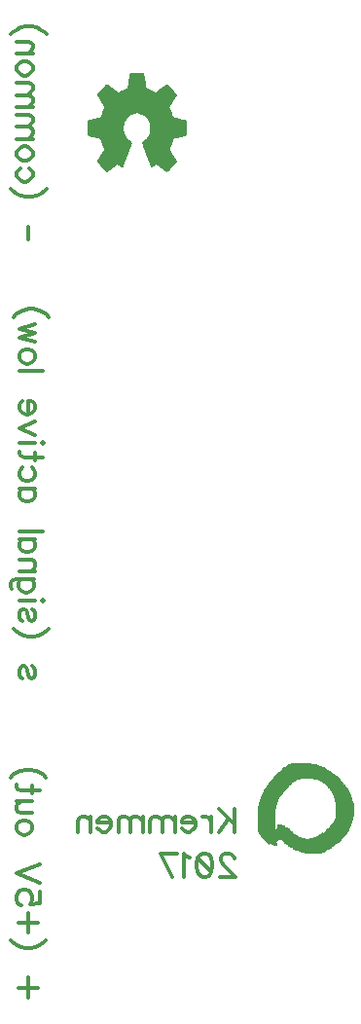
<source format=gbo>
G04 DipTrace 3.0.0.2*
G04 IOExpander.GBO*
%MOMM*%
G04 #@! TF.FileFunction,Legend,Bot*
G04 #@! TF.Part,Single*
%ADD12C,0.0254*%
%ADD120C,0.31373*%
%FSLAX35Y35*%
G04*
G71*
G90*
G75*
G01*
G04 BotSilk*
%LPD*%
X3303380Y2968720D2*
D12*
X3471020D1*
X3303380Y2966180D2*
X3471020D1*
X3288140Y2963640D2*
X3496420D1*
X3288140Y2961100D2*
X3496420D1*
X3272900Y2958560D2*
X3521820D1*
X3272900Y2956020D2*
X3521820D1*
X3262740Y2953480D2*
X3539600D1*
X3262547Y2950940D2*
X3539600D1*
X3262125Y2948400D2*
X3549760D1*
X3260734Y2945860D2*
X3549760D1*
X3259376Y2943320D2*
X3565000D1*
X3258402Y2940780D2*
X3565000D1*
X3239880Y2938240D2*
X3242420D1*
X3247500D2*
X3575160D1*
X3241663Y2935700D2*
X3242420D1*
X3246438D2*
X3575160D1*
X3229720Y2933160D2*
X3232260D1*
X3243390D2*
X3585320D1*
X3229720Y2930620D2*
X3230477D1*
X3243134D2*
X3585320D1*
X3224640Y2928080D2*
X3228750D1*
X3241810D2*
X3592940D1*
X3224640Y2925540D2*
X3227180D1*
X3238854D2*
X3595103D1*
X3235568Y2923000D2*
X3598275D1*
X3230732Y2920460D2*
X3602988D1*
X3223375Y2917920D2*
X3608703D1*
X3214480Y2915380D2*
X3613951D1*
X3214480Y2912840D2*
X3617975D1*
X3214480Y2910300D2*
X3621136D1*
X3214480Y2907760D2*
X3622418D1*
X3204320Y2905220D2*
X3633580D1*
X3204320Y2902680D2*
X3635318D1*
X3204320Y2900140D2*
X3636842D1*
X3204320Y2897600D2*
X3637884D1*
X3194160Y2895060D2*
X3648820D1*
X3192230Y2892520D2*
X3650750D1*
X3190047Y2889980D2*
X3652913D1*
X3187688Y2887440D2*
X3655095D1*
X3185220Y2884900D2*
X3656909D1*
X3182715Y2882360D2*
X3658105D1*
X3180192Y2879820D2*
X3666600D1*
X3177749Y2877280D2*
X3668530D1*
X3175530Y2874740D2*
X3670713D1*
X3173583Y2872200D2*
X3673092D1*
X3171532Y2869660D2*
X3675718D1*
X3168950Y2867120D2*
X3678693D1*
X3165914Y2864580D2*
X3681776D1*
X3162911Y2862040D2*
X3684232D1*
X3160100Y2859500D2*
X3685798D1*
X3157442Y2856960D2*
X3697080D1*
X3155026Y2854420D2*
X3699010D1*
X3153107Y2851880D2*
X3701193D1*
X3151779Y2849340D2*
X3703552D1*
X3150534Y2846800D2*
X3706020D1*
X3148884Y2844260D2*
X3708525D1*
X3146810Y2841720D2*
X3379580D1*
X3493880D2*
X3711058D1*
X3144490Y2839180D2*
X3379580D1*
X3493880D2*
X3713590D1*
X3142035Y2836640D2*
X3359260D1*
X3519280D2*
X3716113D1*
X3139533Y2834100D2*
X3359260D1*
X3519280D2*
X3718470D1*
X3137001Y2831560D2*
X3344020D1*
X3537060D2*
X3720366D1*
X3134470Y2829020D2*
X3344020D1*
X3537060D2*
X3721685D1*
X3131927Y2826480D2*
X3333860D1*
X3552300D2*
X3722927D1*
X3129392Y2823940D2*
X3333860D1*
X3552300D2*
X3724577D1*
X3126848Y2821400D2*
X3323700D1*
X3562460D2*
X3726640D1*
X3124312Y2818860D2*
X3321653D1*
X3562460D2*
X3728891D1*
X3121788Y2816320D2*
X3318986D1*
X3572620D2*
X3731181D1*
X3119411Y2813780D2*
X3315529D1*
X3575142D2*
X3733563D1*
X3117355Y2811240D2*
X3311682D1*
X3577914D2*
X3736171D1*
X3115547Y2808700D2*
X3308179D1*
X3580209D2*
X3738834D1*
X3113578Y2806160D2*
X3305278D1*
X3581700D2*
X3741453D1*
X3111373Y2803620D2*
X3303126D1*
X3592940D2*
X3744020D1*
X3109167Y2801080D2*
X3301700D1*
X3594002D2*
X3746397D1*
X3107345Y2798540D2*
X3300416D1*
X3595429D2*
X3748302D1*
X3106140Y2796000D2*
X3298751D1*
X3597306D2*
X3749624D1*
X3105231Y2793460D2*
X3296693D1*
X3599525D2*
X3750866D1*
X3104193Y2790920D2*
X3294548D1*
X3601919D2*
X3752517D1*
X3102772Y2788380D2*
X3292746D1*
X3604405D2*
X3754590D1*
X3100895Y2785840D2*
X3291553D1*
X3606920D2*
X3756910D1*
X3098695Y2783300D2*
X3280520D1*
X3609456D2*
X3759365D1*
X3096480Y2780760D2*
X3278783D1*
X3611989D2*
X3761867D1*
X3094641Y2778220D2*
X3277252D1*
X3614513D2*
X3764379D1*
X3093343Y2775680D2*
X3276110D1*
X3616870D2*
X3766732D1*
X3092109Y2773140D2*
X3274945D1*
X3618766D2*
X3768627D1*
X3090462Y2770600D2*
X3273326D1*
X3620085D2*
X3769946D1*
X3088409Y2768060D2*
X3271264D1*
X3621327D2*
X3771187D1*
X3086268Y2765520D2*
X3268948D1*
X3622977D2*
X3772837D1*
X3084460Y2762980D2*
X3266494D1*
X3625050D2*
X3774910D1*
X3083156Y2760440D2*
X3263973D1*
X3627390D2*
X3777230D1*
X3081768Y2757900D2*
X3261283D1*
X3630004D2*
X3779666D1*
X3079634Y2755360D2*
X3258263D1*
X3632974D2*
X3782008D1*
X3076834Y2752820D2*
X3254992D1*
X3636055D2*
X3784051D1*
X3073959Y2750280D2*
X3251892D1*
X3638514D2*
X3785835D1*
X3071372Y2747740D2*
X3249126D1*
X3640151D2*
X3787625D1*
X3069358Y2745200D2*
X3246754D1*
X3641544D2*
X3789201D1*
X3067987Y2742660D2*
X3244762D1*
X3643258D2*
X3790369D1*
X3066745Y2740120D2*
X3242864D1*
X3645336D2*
X3791546D1*
X3065266Y2737580D2*
X3240941D1*
X3647487D2*
X3793171D1*
X3063857Y2735040D2*
X3239276D1*
X3649298D2*
X3795215D1*
X3062931Y2732500D2*
X3238064D1*
X3650584D2*
X3797354D1*
X3062426Y2729960D2*
X3236866D1*
X3651794D2*
X3799150D1*
X3062027Y2727420D2*
X3235234D1*
X3653261D2*
X3800345D1*
X3061288Y2724880D2*
X3233167D1*
X3654685D2*
X3801231D1*
X3060037Y2722340D2*
X3230848D1*
X3655788D2*
X3802090D1*
X3058702Y2719800D2*
X3228394D1*
X3656931D2*
X3802862D1*
X3057633Y2717260D2*
X3225893D1*
X3658457D2*
X3803523D1*
X3056513Y2714720D2*
X3223381D1*
X3660174D2*
X3804420D1*
X3055080Y2712180D2*
X3221028D1*
X3661703D2*
X3805749D1*
X3053669Y2709640D2*
X3219133D1*
X3662858D2*
X3807117D1*
X3052570Y2707100D2*
X3217794D1*
X3663699D2*
X3808200D1*
X3051439Y2704560D2*
X3216394D1*
X3664673D2*
X3809325D1*
X3050002Y2702020D2*
X3214256D1*
X3666032D2*
X3810759D1*
X3048609Y2699480D2*
X3211455D1*
X3667392D2*
X3812151D1*
X3047668Y2696940D2*
X3208580D1*
X3668299D2*
X3813092D1*
X3047006Y2694400D2*
X3205992D1*
X3668778D2*
X3813754D1*
X3046139Y2691860D2*
X3203978D1*
X3669016D2*
X3814621D1*
X3044832Y2689320D2*
X3202607D1*
X3669285D2*
X3815928D1*
X3043474Y2686780D2*
X3201345D1*
X3669967D2*
X3817266D1*
X3042397Y2684240D2*
X3199687D1*
X3671196D2*
X3818164D1*
X3041274Y2681700D2*
X3197631D1*
X3672523D2*
X3818660D1*
X3039841Y2679160D2*
X3195488D1*
X3673589D2*
X3819055D1*
X3038439Y2676620D2*
X3193681D1*
X3674708D2*
X3819792D1*
X3037429Y2674080D2*
X3192396D1*
X3676140D2*
X3821043D1*
X3036622Y2671540D2*
X3191186D1*
X3677532D2*
X3822358D1*
X3035793Y2669000D2*
X3189719D1*
X3678452D2*
X3823249D1*
X3035052Y2666460D2*
X3188295D1*
X3678935D2*
X3823741D1*
X3034574Y2663920D2*
X3187192D1*
X3679155D2*
X3824136D1*
X3034306Y2661380D2*
X3186059D1*
X3679266D2*
X3824872D1*
X3034015Y2658840D2*
X3184622D1*
X3679479D2*
X3826123D1*
X3033322Y2656300D2*
X3183229D1*
X3680139D2*
X3827438D1*
X3032087Y2653760D2*
X3182288D1*
X3681360D2*
X3828329D1*
X3030778Y2651220D2*
X3181626D1*
X3682664D2*
X3828801D1*
X3029890Y2648680D2*
X3180759D1*
X3683571D2*
X3829037D1*
X3029418Y2646140D2*
X3179452D1*
X3684220D2*
X3829305D1*
X3029183Y2643600D2*
X3178114D1*
X3685083D2*
X3829987D1*
X3028915Y2641060D2*
X3177216D1*
X3686389D2*
X3831216D1*
X3028233Y2638520D2*
X3176720D1*
X3687726D2*
X3832523D1*
X3027004Y2635980D2*
X3176325D1*
X3688624D2*
X3833410D1*
X3025677Y2633440D2*
X3175588D1*
X3689100D2*
X3833902D1*
X3024611Y2630900D2*
X3174337D1*
X3689317D2*
X3834296D1*
X3023492Y2628360D2*
X3173012D1*
X3689406D2*
X3835032D1*
X3022060Y2625820D2*
X3172032D1*
X3689441D2*
X3836283D1*
X3020668Y2623280D2*
X3171236D1*
X3689453D2*
X3837598D1*
X3019748Y2620740D2*
X3170411D1*
X3689458D2*
X3838489D1*
X3019265Y2618200D2*
X3169671D1*
X3689459D2*
X3838961D1*
X3019045Y2615660D2*
X3169194D1*
X3689460D2*
X3839177D1*
X3018954Y2613120D2*
X3168946D1*
X3689460D2*
X3839267D1*
X3018919Y2610580D2*
X3168833D1*
X3689460D2*
X3839301D1*
X3018887Y2608040D2*
X3168768D1*
X3689460D2*
X3839313D1*
X3018704Y2605500D2*
X3168571D1*
X3689460D2*
X3839318D1*
X3018285Y2602960D2*
X3168146D1*
X3689460D2*
X3839319D1*
X3016895Y2600420D2*
X3166756D1*
X3689460D2*
X3839320D1*
X3015549Y2597880D2*
X3165410D1*
X3689460D2*
X3839320D1*
X3014653Y2595340D2*
X3164513D1*
X3689460D2*
X3839320D1*
X3014179Y2592800D2*
X3164039D1*
X3689460D2*
X3839320D1*
X3013963Y2590260D2*
X3163803D1*
X3689460D2*
X3839320D1*
X3013873Y2587720D2*
X3163535D1*
X3689460D2*
X3839320D1*
X3013839Y2585180D2*
X3162853D1*
X3689460D2*
X3839320D1*
X3013827Y2582640D2*
X3161624D1*
X3689460D2*
X3839320D1*
X3013802Y2580100D2*
X3160317D1*
X3689460D2*
X3839320D1*
X3013622Y2577560D2*
X3159430D1*
X3689460D2*
X3839320D1*
X3013205Y2575020D2*
X3158958D1*
X3689460D2*
X3839320D1*
X3011815Y2572480D2*
X3158743D1*
X3689460D2*
X3839320D1*
X3010469Y2569940D2*
X3158653D1*
X3689460D2*
X3839320D1*
X3009573Y2567400D2*
X3158619D1*
X3689460D2*
X3839320D1*
X3009099Y2564860D2*
X3158607D1*
X3689460D2*
X3839320D1*
X3008883Y2562320D2*
X3158602D1*
X3689460D2*
X3839320D1*
X3008793Y2559780D2*
X3158601D1*
X3689460D2*
X3839320D1*
X3008759Y2557240D2*
X3158600D1*
X3689460D2*
X3839320D1*
X3008747Y2554700D2*
X3158600D1*
X3689460D2*
X3839320D1*
X3008742Y2552160D2*
X3158600D1*
X3689460D2*
X3839320D1*
X3008741Y2549620D2*
X3158600D1*
X3689460D2*
X3839320D1*
X3008740Y2547080D2*
X3158600D1*
X3689460D2*
X3839320D1*
X3008740Y2544540D2*
X3158600D1*
X3689460D2*
X3839320D1*
X3008740Y2542000D2*
X3158600D1*
X3689460D2*
X3839320D1*
X3008740Y2539460D2*
X3158600D1*
X3689460D2*
X3839320D1*
X3008740Y2536920D2*
X3158600D1*
X3689460D2*
X3839320D1*
X3008740Y2534380D2*
X3158600D1*
X3689460D2*
X3839320D1*
X3008740Y2531840D2*
X3158600D1*
X3689460D2*
X3839320D1*
X3008740Y2529300D2*
X3158600D1*
X3689460D2*
X3839320D1*
X3008740Y2526760D2*
X3158600D1*
X3689460D2*
X3839320D1*
X3008740Y2524220D2*
X3158600D1*
X3689460D2*
X3839320D1*
X3008740Y2521680D2*
X3158600D1*
X3689460D2*
X3839320D1*
X3008740Y2519140D2*
X3158600D1*
X3689460D2*
X3839320D1*
X3008740Y2516600D2*
X3158600D1*
X3689460D2*
X3839300D1*
X3008740Y2514060D2*
X3158600D1*
X3689460D2*
X3839122D1*
X3008740Y2511520D2*
X3158600D1*
X3689460D2*
X3838705D1*
X3008740Y2508980D2*
X3158600D1*
X3689460D2*
X3837315D1*
X3008740Y2506440D2*
X3158600D1*
X3689460D2*
X3835969D1*
X3008740Y2503900D2*
X3158600D1*
X3689460D2*
X3835073D1*
X3008740Y2501360D2*
X3158600D1*
X3689440D2*
X3834599D1*
X3008740Y2498820D2*
X3158600D1*
X3689262D2*
X3834383D1*
X3008740Y2496280D2*
X3158600D1*
X3688845D2*
X3834293D1*
X3008740Y2493740D2*
X3158600D1*
X3687435D2*
X3834259D1*
X3008740Y2491200D2*
X3158600D1*
X3685911D2*
X3834247D1*
X3008740Y2488660D2*
X3158600D1*
X3684367D2*
X3834222D1*
X3008740Y2486120D2*
X3158600D1*
X3682676D2*
X3834042D1*
X3008740Y2483580D2*
X3158600D1*
X3681158D2*
X3833625D1*
X3008740Y2481040D2*
X3158600D1*
X3680182D2*
X3832235D1*
X3008740Y2478500D2*
X3158600D1*
X3679657D2*
X3830870D1*
X3008740Y2475960D2*
X3158600D1*
X3679251D2*
X3829794D1*
X3008740Y2473420D2*
X3158600D1*
X3678490D2*
X3828673D1*
X3008740Y2470880D2*
X3158600D1*
X3677059D2*
X3827240D1*
X3008740Y2468340D2*
X3158600D1*
X3675096D2*
X3825848D1*
X3008740Y2465800D2*
X3158600D1*
X3672989D2*
X3824928D1*
X3008740Y2463260D2*
X3158600D1*
X3671194D2*
X3824425D1*
X3008740Y2460720D2*
X3158600D1*
X3669913D2*
X3824026D1*
X3008740Y2458180D2*
X3158600D1*
X3668696D2*
X3823288D1*
X3008740Y2455640D2*
X3158600D1*
X3667140D2*
X3822037D1*
X3008740Y2453100D2*
X3158600D1*
X3665392D2*
X3820722D1*
X3008740Y2450560D2*
X3158600D1*
X3663681D2*
X3819831D1*
X3008740Y2448020D2*
X3158600D1*
X3661877D2*
X3819339D1*
X3008740Y2445480D2*
X3158600D1*
X3659818D2*
X3818944D1*
X3008740Y2442940D2*
X3158600D1*
X3657542D2*
X3818208D1*
X3008740Y2440400D2*
X3158580D1*
X3655277D2*
X3816957D1*
X3008740Y2437860D2*
X3158402D1*
X3178920D2*
X3181460D1*
X3194160D2*
X3211940D1*
X3653268D2*
X3815642D1*
X3008740Y2435320D2*
X3157985D1*
X3180637D2*
X3181460D1*
X3194160D2*
X3216983D1*
X3651478D2*
X3814731D1*
X3008740Y2432780D2*
X3156550D1*
X3182275D2*
X3222566D1*
X3649514D2*
X3814080D1*
X3008740Y2430240D2*
X3154994D1*
X3183215D2*
X3227510D1*
X3647312D2*
X3813217D1*
X3008740Y2427700D2*
X3153520D1*
X3181955D2*
X3231864D1*
X3645107D2*
X3811911D1*
X3008740Y2425160D2*
X3155865D1*
X3180640D2*
X3242420D1*
X3643274D2*
X3810554D1*
X3008740Y2422620D2*
X3157602D1*
X3179750D2*
X3243289D1*
X3641980D2*
X3809477D1*
X3008740Y2420080D2*
X3158132D1*
X3179298D2*
X3244051D1*
X3640748D2*
X3808354D1*
X3008740Y2417540D2*
X3158407D1*
X3179261D2*
X3244572D1*
X3639101D2*
X3806921D1*
X3008740Y2415000D2*
X3158527D1*
X3179566D2*
X3255120D1*
X3637049D2*
X3805519D1*
X3008740Y2412460D2*
X3158574D1*
X3180938D2*
X3255120D1*
X3634907D2*
X3804509D1*
X3008740Y2409920D2*
X3158591D1*
X3182276D2*
X3265280D1*
X3633105D2*
X3803702D1*
X3008740Y2407380D2*
X3158597D1*
X3183169D2*
X3267018D1*
X3631913D2*
X3802873D1*
X3008760Y2404840D2*
X3158599D1*
X3183642D2*
X3268542D1*
X3620880D2*
X3802132D1*
X3008938Y2402300D2*
X3158600D1*
X3183858D2*
X3269584D1*
X3619142D2*
X3801654D1*
X3009355Y2399760D2*
X3158600D1*
X3171300D2*
X3176380D1*
X3183950D2*
X3280520D1*
X3617618D2*
X3801386D1*
X3010745Y2397220D2*
X3158600D1*
X3171300D2*
X3176380D1*
X3184000D2*
X3282450D1*
X3616576D2*
X3801095D1*
X3012091Y2394680D2*
X3284633D1*
X3605640D2*
X3800620D1*
X3012987Y2392140D2*
X3286992D1*
X3605640D2*
X3799028D1*
X3013481Y2389600D2*
X3289460D1*
X3605620D2*
X3797027D1*
X3013876Y2387060D2*
X3291985D1*
X3605422D2*
X3794892D1*
X3014612Y2384520D2*
X3294677D1*
X3604945D2*
X3792936D1*
X3015863Y2381980D2*
X3297697D1*
X3602819D2*
X3791186D1*
X3017178Y2379440D2*
X3300968D1*
X3600233D2*
X3789409D1*
X3018089Y2376900D2*
X3304068D1*
X3598012D2*
X3787837D1*
X3018740Y2374360D2*
X3306834D1*
X3596547D2*
X3786670D1*
X3019603Y2371820D2*
X3309206D1*
X3572620D2*
X3575160D1*
X3587860D2*
X3785494D1*
X3020909Y2369280D2*
X3311198D1*
X3572620D2*
X3573377D1*
X3586077D2*
X3783869D1*
X3022266Y2366740D2*
X3313096D1*
X3567540D2*
X3571650D1*
X3584350D2*
X3781805D1*
X3023343Y2364200D2*
X3315020D1*
X3567347D2*
X3570080D1*
X3582780D2*
X3779488D1*
X3024486Y2361660D2*
X3316678D1*
X3566925D2*
X3777054D1*
X3026098Y2359120D2*
X3317794D1*
X3565342D2*
X3774731D1*
X3028137Y2356580D2*
X3328780D1*
X3552300D2*
X3554840D1*
X3563341D2*
X3772847D1*
X3030274Y2354040D2*
X3330518D1*
X3554083D2*
X3553057D1*
X3561180D2*
X3771532D1*
X3032070Y2351500D2*
X3332042D1*
X3542140D2*
X3551330D1*
X3555810D2*
X3770292D1*
X3033266Y2348960D2*
X3333084D1*
X3543878D2*
X3549760D1*
X3557380D2*
X3768643D1*
X3034171Y2346420D2*
X3344020D1*
X3545402D2*
X3766570D1*
X3035208Y2343880D2*
X3345758D1*
X3546444D2*
X3764250D1*
X3036628Y2341340D2*
X3347282D1*
X3537060D2*
X3761795D1*
X3038505Y2338800D2*
X3348324D1*
X3537060D2*
X3759293D1*
X3040705Y2336260D2*
X3359260D1*
X3519280D2*
X3756761D1*
X3042940Y2333720D2*
X3359260D1*
X3521063D2*
X3754210D1*
X3044938Y2331180D2*
X3366840D1*
X3522790D2*
X3751509D1*
X3046705Y2328640D2*
X3373681D1*
X3524360D2*
X3748485D1*
X3048489Y2326100D2*
X3380664D1*
X3509755D2*
X3745213D1*
X3050056Y2323560D2*
X3387142D1*
X3493880D2*
X3742112D1*
X3051125Y2321020D2*
X3394409D1*
X3493880D2*
X3739346D1*
X3062080Y2318480D2*
X3196700D1*
X3204320D2*
X3417680D1*
X3463400D2*
X3736974D1*
X3064010Y2315940D2*
X3196700D1*
X3204320D2*
X3417680D1*
X3463400D2*
X3734982D1*
X3066193Y2313400D2*
X3186540D1*
X3214480D2*
X3733084D1*
X3068552Y2310860D2*
X3184610D1*
X3216410D2*
X3731161D1*
X3071020Y2308320D2*
X3182427D1*
X3218593D2*
X3729496D1*
X3073525Y2305780D2*
X3180068D1*
X3220952D2*
X3728284D1*
X3076038Y2303240D2*
X3177610D1*
X3223420D2*
X3727086D1*
X3078392Y2300700D2*
X3175194D1*
X3225925D2*
X3725454D1*
X3080287Y2298160D2*
X3172985D1*
X3228458D2*
X3723387D1*
X3081606Y2295620D2*
X3171061D1*
X3230990D2*
X3721068D1*
X3082847Y2293080D2*
X3169186D1*
X3233533D2*
X3718634D1*
X3084497Y2290540D2*
X3167227D1*
X3236068D2*
X3716310D1*
X3086570Y2288000D2*
X3165360D1*
X3238592D2*
X3714432D1*
X3088890Y2285460D2*
X3163680D1*
X3240951D2*
X3713209D1*
X3091326Y2282920D2*
X3166035D1*
X3242841D2*
X3702160D1*
X3093650Y2280380D2*
X3167583D1*
X3244069D2*
X3700422D1*
X3095528Y2277840D2*
X3112091D1*
X3121095D2*
X3168645D1*
X3252580D2*
X3698898D1*
X3096751Y2275300D2*
X3110789D1*
X3122688D2*
X3169581D1*
X3254550D2*
X3697856D1*
X3105260Y2272760D2*
X3109264D1*
X3126478D2*
X3170365D1*
X3257070D2*
X3686920D1*
X3105260Y2270220D2*
X3107800D1*
X3131753D2*
X3170848D1*
X3260565D2*
X3683593D1*
X3137373Y2267680D2*
X3171012D1*
X3264978D2*
X3679384D1*
X3142213Y2265140D2*
X3170801D1*
X3269340D2*
X3675123D1*
X3144287Y2262600D2*
X3170218D1*
X3272893D2*
X3671451D1*
X3161140Y2260060D2*
X3169480D1*
X3275786D2*
X3668332D1*
X3161140Y2257520D2*
X3168760D1*
X3277016D2*
X3665705D1*
X3288140Y2254980D2*
X3663704D1*
X3289878Y2252440D2*
X3662434D1*
X3291402Y2249900D2*
X3653900D1*
X3292444Y2247360D2*
X3651970D1*
X3303380Y2244820D2*
X3649807D1*
X3303380Y2242280D2*
X3647625D1*
X3313540Y2239740D2*
X3645811D1*
X3313540Y2237200D2*
X3644615D1*
X3321160Y2234660D2*
X3633580D1*
X3321160Y2232120D2*
X3633580D1*
X3331320Y2229580D2*
X3623420D1*
X3333058Y2227040D2*
X3623420D1*
X3334582Y2224500D2*
X3613260D1*
X3335624Y2221960D2*
X3611107D1*
X3346560Y2219420D2*
X3608025D1*
X3346560Y2216880D2*
X3603635D1*
X3357108Y2214340D2*
X3598529D1*
X3364896Y2211800D2*
X3593931D1*
X3370619Y2209260D2*
X3590350D1*
X3382120Y2206720D2*
X3587476D1*
X3382120Y2204180D2*
X3586268D1*
X3389740Y2201640D2*
X3575160D1*
X3389740Y2199100D2*
X3575160D1*
X3415140Y2196560D2*
X3565000D1*
X3415140Y2194020D2*
X3565000D1*
X3435460Y2191480D2*
X3549760D1*
X3435460Y2188940D2*
X3549760D1*
X1901160Y8969680D2*
X2012920D1*
X1899988Y8967140D2*
X2014092D1*
X1899258Y8964600D2*
X2014822D1*
X1898869Y8962060D2*
X2015201D1*
X1898527Y8959520D2*
X2015454D1*
X1897813Y8956980D2*
X2015844D1*
X1896571Y8954440D2*
X2016478D1*
X1895260Y8951900D2*
X2017138D1*
X1894371Y8949360D2*
X2017584D1*
X1893889Y8946820D2*
X2017840D1*
X1893583Y8944280D2*
X2018127D1*
X1893170Y8941740D2*
X2018819D1*
X1892528Y8939200D2*
X2020053D1*
X1891864Y8936660D2*
X2021362D1*
X1891417Y8934120D2*
X2022250D1*
X1891180Y8931580D2*
X2022722D1*
X1891071Y8929040D2*
X2022947D1*
X1891017Y8926500D2*
X2023126D1*
X1890910Y8923960D2*
X2023484D1*
X1890580Y8921420D2*
X2024105D1*
X1889970Y8918880D2*
X2024760D1*
X1889318Y8916340D2*
X2025205D1*
X1888875Y8913800D2*
X2025441D1*
X1888629Y8911260D2*
X2025559D1*
X1888432Y8908720D2*
X2025693D1*
X1888064Y8906180D2*
X2026033D1*
X1887438Y8903640D2*
X2026648D1*
X1886781Y8901100D2*
X2027301D1*
X1886336Y8898560D2*
X2027745D1*
X1886099Y8896020D2*
X2027981D1*
X1885991Y8893480D2*
X2028099D1*
X1885937Y8890940D2*
X2028233D1*
X1885830Y8888400D2*
X2028573D1*
X1885500Y8885860D2*
X2029188D1*
X1884890Y8883320D2*
X2029841D1*
X1884238Y8880780D2*
X2030285D1*
X1883795Y8878240D2*
X2030521D1*
X1692880Y8875700D2*
X1700500D1*
X1883549D2*
X2030639D1*
X2213580D2*
X2221200D1*
X1691120Y8873160D2*
X1702653D1*
X1883352D2*
X2030773D1*
X2211247D2*
X2222664D1*
X1688690Y8870620D2*
X1705713D1*
X1882984D2*
X2031113D1*
X2208365D2*
X2224790D1*
X1685950Y8868080D2*
X1709119D1*
X1882358D2*
X2031728D1*
X2205184D2*
X2227481D1*
X1683453Y8865540D2*
X1712151D1*
X1881701D2*
X2032381D1*
X2202132D2*
X2230185D1*
X1681352Y8863000D2*
X1714832D1*
X1881256D2*
X2032825D1*
X2199288D2*
X2232493D1*
X1679380Y8860460D2*
X1717698D1*
X1881019D2*
X2033071D1*
X2196122D2*
X2234592D1*
X1677257Y8857920D2*
X1721164D1*
X1880911D2*
X2033268D1*
X2192335D2*
X2236778D1*
X1675018Y8855380D2*
X1725080D1*
X1880857D2*
X2033636D1*
X2188360D2*
X2239035D1*
X1672815Y8852840D2*
X1728827D1*
X1880750D2*
X2034262D1*
X2184814D2*
X2241169D1*
X1670603Y8850300D2*
X1732046D1*
X1880391D2*
X2034949D1*
X2181790D2*
X2243152D1*
X1668122Y8847760D2*
X1735142D1*
X1879744D2*
X2035682D1*
X2178741D2*
X2245349D1*
X1665390Y8845220D2*
X1738520D1*
X1877754D2*
X2036654D1*
X2175192D2*
X2248039D1*
X1662734Y8842680D2*
X1742214D1*
X1874761D2*
X2039575D1*
X2171241D2*
X2250903D1*
X1660390Y8840140D2*
X1745942D1*
X1871036D2*
X2043175D1*
X2167480D2*
X2253454D1*
X1658396Y8837600D2*
X1749378D1*
X1866935D2*
X2047201D1*
X2164267D2*
X2255577D1*
X1656470Y8835060D2*
X1752675D1*
X1861880D2*
X2052212D1*
X2161248D2*
X2257556D1*
X1654282Y8832520D2*
X1756093D1*
X1855442D2*
X2058547D1*
X2158104D2*
X2259681D1*
X1651740Y8829980D2*
X1759526D1*
X1848327D2*
X2065343D1*
X2154705D2*
X2261921D1*
X1649021Y8827440D2*
X1762684D1*
X1841639D2*
X2071510D1*
X2151098D2*
X2264125D1*
X1646482Y8824900D2*
X1765559D1*
X1835868D2*
X2076953D1*
X2147698D2*
X2266337D1*
X1644177Y8822360D2*
X1768641D1*
X1830597D2*
X2082389D1*
X2144578D2*
X2268808D1*
X1641940Y8819820D2*
X1772040D1*
X1825484D2*
X2087918D1*
X2141468D2*
X2271461D1*
X1639854Y8817280D2*
X1775254D1*
X1820801D2*
X2092935D1*
X2138517D2*
X2273883D1*
X1637986Y8814740D2*
X1778100D1*
X1816518D2*
X2097409D1*
X2135738D2*
X2275941D1*
X1636125Y8812200D2*
X1780919D1*
X1812077D2*
X2101941D1*
X2132607D2*
X2277893D1*
X1634049Y8809660D2*
X1783876D1*
X1807183D2*
X2106875D1*
X2128816D2*
X2280007D1*
X1631828Y8807120D2*
X1786860D1*
X1802100D2*
X2111980D1*
X2124680D2*
X2282234D1*
X1629632Y8804580D2*
X2284356D1*
X1627421Y8802040D2*
X2286334D1*
X1624952Y8799500D2*
X2288530D1*
X1622309Y8796960D2*
X2291219D1*
X1619977Y8794420D2*
X2294073D1*
X1618244Y8791880D2*
X2296515D1*
X1616928Y8789340D2*
X2298463D1*
X1615597Y8786800D2*
X2299060D1*
X1614140Y8784260D2*
X2298575D1*
X1615715Y8781720D2*
X2297714D1*
X1617183Y8779180D2*
X2296546D1*
X1618712Y8776640D2*
X2295027D1*
X1620587Y8774100D2*
X2293169D1*
X1622846Y8771560D2*
X2291177D1*
X1625058Y8769020D2*
X2289225D1*
X1626931Y8766480D2*
X2287355D1*
X1628515Y8763940D2*
X2285692D1*
X1629933Y8761400D2*
X2284210D1*
X1631342Y8758860D2*
X2282766D1*
X1632866Y8756320D2*
X2281225D1*
X1634430Y8753780D2*
X2279654D1*
X1635754Y8751240D2*
X2278328D1*
X1636898Y8748700D2*
X2277183D1*
X1638193Y8746160D2*
X2275887D1*
X1639622Y8743620D2*
X2274448D1*
X1640890Y8741080D2*
X2273101D1*
X1642095Y8738540D2*
X2271662D1*
X1643712Y8736000D2*
X2269759D1*
X1645825Y8733460D2*
X2267604D1*
X1647967Y8730920D2*
X2265670D1*
X1649819Y8728380D2*
X2264035D1*
X1651471Y8725840D2*
X2262591D1*
X1653109Y8723300D2*
X2261250D1*
X1654721Y8720760D2*
X2259950D1*
X1656063Y8718220D2*
X2258662D1*
X1657214Y8715680D2*
X2257307D1*
X1658522Y8713140D2*
X2255783D1*
X1660031Y8710600D2*
X2254057D1*
X1661533Y8708060D2*
X2252178D1*
X1663023Y8705520D2*
X2250142D1*
X1664684Y8702980D2*
X2248143D1*
X1666598Y8700440D2*
X2246390D1*
X1668611Y8697900D2*
X2244791D1*
X1670561Y8695360D2*
X2243176D1*
X1672355Y8692820D2*
X2241573D1*
X1673774Y8690280D2*
X2240245D1*
X1674872Y8687740D2*
X2239184D1*
X1675861Y8685200D2*
X2238211D1*
X1676678Y8682660D2*
X2237399D1*
X1677177Y8680120D2*
X2236902D1*
X1677348Y8677580D2*
X2236731D1*
X1677131Y8675040D2*
X2236949D1*
X1676481Y8672500D2*
X2237599D1*
X1675525Y8669960D2*
X2238555D1*
X1674470Y8667420D2*
X2239610D1*
X1673496Y8664880D2*
X2240584D1*
X1672603Y8662340D2*
X2241467D1*
X1671536Y8659800D2*
X2242445D1*
X1670112Y8657260D2*
X2243545D1*
X1668392Y8654720D2*
X2244667D1*
X1666745Y8652180D2*
X2245751D1*
X1665411Y8649640D2*
X2246966D1*
X1664195Y8647100D2*
X2248555D1*
X1662987Y8644560D2*
X2250307D1*
X1661840Y8642020D2*
X2251862D1*
X1660907Y8639480D2*
X2253093D1*
X1660253Y8636940D2*
X2254082D1*
X1659645Y8634400D2*
X2255018D1*
X1658900Y8631860D2*
X2255822D1*
X1658108Y8629320D2*
X1944340D1*
X1969740D2*
X2256411D1*
X1657322Y8626780D2*
X1944340D1*
X1969740D2*
X2256992D1*
X1656471Y8624240D2*
X1931764D1*
X1982316D2*
X2257716D1*
X1655700Y8621700D2*
X1921200D1*
X1992880D2*
X2258424D1*
X1655122Y8619160D2*
X1913115D1*
X2000955D2*
X2258975D1*
X1654546Y8616620D2*
X1907215D1*
X2006776D2*
X2259541D1*
X1653813Y8614080D2*
X1902287D1*
X2011469D2*
X2260269D1*
X1653026Y8611540D2*
X1897441D1*
X2016031D2*
X2261055D1*
X1652241Y8609000D2*
X1892826D1*
X2020603D2*
X2261839D1*
X1651391Y8606460D2*
X1888860D1*
X2024777D2*
X2262689D1*
X1650610Y8603920D2*
X1885696D1*
X2028149D2*
X2263460D1*
X1649943Y8601380D2*
X1883095D1*
X2030867D2*
X2264058D1*
X1649043Y8598840D2*
X1880577D1*
X2033359D2*
X2264813D1*
X1647692Y8596300D2*
X1877891D1*
X2035759D2*
X2266192D1*
X1646125Y8593760D2*
X1875115D1*
X2038027D2*
X2268236D1*
X1644157Y8591220D2*
X1872554D1*
X2040264D2*
X2270740D1*
X1641455Y8588680D2*
X1870232D1*
X2042753D2*
X2274376D1*
X1634303Y8586140D2*
X1867912D1*
X2045489D2*
X2280675D1*
X1624394Y8583600D2*
X1865591D1*
X2048146D2*
X2290537D1*
X1612148Y8581060D2*
X1863448D1*
X2050480D2*
X2303436D1*
X1598900Y8578520D2*
X1861633D1*
X2052385D2*
X2317720D1*
X1598900Y8575980D2*
X1860089D1*
X2053977D2*
X2317720D1*
X1582962Y8573440D2*
X1858704D1*
X2055467D2*
X2332182D1*
X1567328Y8570900D2*
X1857455D1*
X2057025D2*
X2347114D1*
X1553191Y8568360D2*
X1856309D1*
X2058613D2*
X2360995D1*
X1542799Y8565820D2*
X1854995D1*
X2060021D2*
X2371309D1*
X1535604Y8563280D2*
X1853155D1*
X2061411D2*
X2378476D1*
X1532583Y8560740D2*
X1851027D1*
X2063080D2*
X2381497D1*
X1531403Y8558200D2*
X1849114D1*
X2064866D2*
X2382677D1*
X1530776Y8555660D2*
X1847572D1*
X2066435D2*
X2383304D1*
X1530497Y8553120D2*
X1846453D1*
X2067671D2*
X2383583D1*
X1530385Y8550580D2*
X1845721D1*
X2068661D2*
X2383695D1*
X1530343Y8548040D2*
X1845082D1*
X2069597D2*
X2383737D1*
X1530328Y8545500D2*
X1844336D1*
X2070392D2*
X2383752D1*
X1530323Y8542960D2*
X1843620D1*
X2070902D2*
X2383757D1*
X1530321Y8540420D2*
X1843067D1*
X2071248D2*
X2383759D1*
X1530320Y8537880D2*
X1842500D1*
X2071688D2*
X2383760D1*
X1530320Y8535340D2*
X1841781D1*
X2072343D2*
X2383760D1*
X1530320Y8532800D2*
X1841075D1*
X2073022D2*
X2383760D1*
X1530320Y8530260D2*
X1840525D1*
X2073561D2*
X2383760D1*
X1530320Y8527720D2*
X1839959D1*
X2074123D2*
X2383760D1*
X1530320Y8525180D2*
X1839241D1*
X2074840D2*
X2383760D1*
X1530320Y8522640D2*
X1838545D1*
X2075536D2*
X2383760D1*
X1530320Y8520100D2*
X1838084D1*
X2075996D2*
X2383760D1*
X1530320Y8517560D2*
X1837842D1*
X2076238D2*
X2383760D1*
X1530320Y8515020D2*
X1837732D1*
X2076348D2*
X2383760D1*
X1530320Y8512480D2*
X1837687D1*
X2076393D2*
X2383760D1*
X1530320Y8509940D2*
X1837670D1*
X2076410D2*
X2383760D1*
X1530320Y8507400D2*
X1837663D1*
X2076417D2*
X2383760D1*
X1530320Y8504860D2*
X1837661D1*
X2076419D2*
X2383760D1*
X1530320Y8502320D2*
X1837660D1*
X2076420D2*
X2383760D1*
X1530320Y8499780D2*
X1837660D1*
X2076420D2*
X2383760D1*
X1530320Y8497240D2*
X1837660D1*
X2076420D2*
X2383760D1*
X1530320Y8494700D2*
X1837660D1*
X2076420D2*
X2383760D1*
X1530320Y8492160D2*
X1837660D1*
X2076420D2*
X2383760D1*
X1530320Y8489620D2*
X1837660D1*
X2076420D2*
X2383760D1*
X1530320Y8487080D2*
X1837660D1*
X2076420D2*
X2383760D1*
X1530320Y8484540D2*
X1837660D1*
X2076420D2*
X2383760D1*
X1530320Y8482000D2*
X1837670D1*
X2076420D2*
X2383760D1*
X1530320Y8479460D2*
X1837759D1*
X2076410D2*
X2383760D1*
X1530320Y8476920D2*
X1838083D1*
X2076321D2*
X2383760D1*
X1530320Y8474380D2*
X1838691D1*
X2075997D2*
X2383760D1*
X1530320Y8471840D2*
X1839342D1*
X2075389D2*
X2383760D1*
X1530320Y8469300D2*
X1839785D1*
X2074738D2*
X2383760D1*
X1530320Y8466760D2*
X1840031D1*
X2074285D2*
X2383760D1*
X1530320Y8464220D2*
X1840228D1*
X2073960D2*
X2383760D1*
X1530320Y8461680D2*
X1840596D1*
X2073528D2*
X2383760D1*
X1530320Y8459140D2*
X1841222D1*
X2072875D2*
X2383760D1*
X1530320Y8456600D2*
X1841889D1*
X2072197D2*
X2383760D1*
X1530320Y8454060D2*
X1842424D1*
X2071659D2*
X2383760D1*
X1530320Y8451520D2*
X1842984D1*
X2071097D2*
X2383760D1*
X1530320Y8448980D2*
X1843710D1*
X2070370D2*
X2383760D1*
X1530320Y8446440D2*
X1844495D1*
X2069585D2*
X2383760D1*
X1530330Y8443900D2*
X1845289D1*
X2068781D2*
X2383750D1*
X1530459Y8441360D2*
X1846228D1*
X2067753D2*
X2383621D1*
X1530786Y8438820D2*
X1847313D1*
X2066344D2*
X2383294D1*
X1532528Y8436280D2*
X1848430D1*
X2064629D2*
X2381552D1*
X1536552Y8433740D2*
X1849522D1*
X2062974D2*
X2377528D1*
X1542009Y8431200D2*
X1850816D1*
X2061561D2*
X2372071D1*
X1549936Y8428660D2*
X1852649D1*
X2060102D2*
X2364134D1*
X1560948Y8426120D2*
X1854774D1*
X2058519D2*
X2353026D1*
X1573994Y8423580D2*
X1856696D1*
X2056996D2*
X2339586D1*
X1587688Y8421040D2*
X1858337D1*
X2055573D2*
X2325024D1*
X1601440Y8418500D2*
X1859869D1*
X2054152D2*
X2310100D1*
X1601440Y8415960D2*
X1861533D1*
X2052611D2*
X2310100D1*
X1615435Y8413420D2*
X1863432D1*
X2050963D2*
X2297278D1*
X1626689Y8410880D2*
X1865302D1*
X2049394D2*
X2286753D1*
X1634208Y8408340D2*
X1866964D1*
X2047855D2*
X2279593D1*
X1639350Y8405800D2*
X1868842D1*
X2046005D2*
X2274625D1*
X1641181Y8403260D2*
X1871485D1*
X2043439D2*
X2272462D1*
X1642565Y8400720D2*
X1874632D1*
X2040207D2*
X2270476D1*
X1643574Y8398180D2*
X1877623D1*
X2036944D2*
X2268830D1*
X1644329Y8395640D2*
X1880167D1*
X2034155D2*
X2267724D1*
X1645261Y8393100D2*
X1882352D1*
X2031753D2*
X2266881D1*
X1646612Y8390560D2*
X1884729D1*
X2029074D2*
X2266030D1*
X1648055Y8388020D2*
X1887863D1*
X2025626D2*
X2265194D1*
X1649283Y8385480D2*
X1891671D1*
X2021764D2*
X2264392D1*
X1650370Y8382940D2*
X1895486D1*
X2018153D2*
X2263535D1*
X1651249Y8380400D2*
X1898704D1*
X2015141D2*
X2262761D1*
X1651871Y8377860D2*
X1901352D1*
X2012620D2*
X2262183D1*
X1652465Y8375320D2*
X1903732D1*
X2010304D2*
X2261606D1*
X1653193Y8372780D2*
X1905771D1*
X2008292D2*
X2260883D1*
X1653904Y8370240D2*
X1907439D1*
X2006637D2*
X2260175D1*
X1654454Y8367700D2*
X1907949D1*
X2006130D2*
X2259625D1*
X1655020Y8365160D2*
X1907437D1*
X2006643D2*
X2259059D1*
X1655749Y8362620D2*
X1906582D1*
X2007497D2*
X2258341D1*
X1656535Y8360080D2*
X1905587D1*
X2008503D2*
X2257635D1*
X1657329Y8357540D2*
X1904713D1*
X2009456D2*
X2257085D1*
X1658268Y8355000D2*
X1904082D1*
X2010322D2*
X2256509D1*
X1659353Y8352460D2*
X1903481D1*
X2011207D2*
X2255702D1*
X1660450Y8349920D2*
X1902739D1*
X2011992D2*
X2254682D1*
X1661364Y8347380D2*
X1901948D1*
X2012575D2*
X2253593D1*
X1662010Y8344840D2*
X1901152D1*
X2013163D2*
X2252521D1*
X1662636Y8342300D2*
X1900212D1*
X2013976D2*
X2251311D1*
X1663549Y8339760D2*
X1899127D1*
X2014998D2*
X2249724D1*
X1664898Y8337220D2*
X1898030D1*
X2016067D2*
X2247973D1*
X1666587Y8334680D2*
X1897106D1*
X2016970D2*
X2246418D1*
X1668222Y8332140D2*
X1896371D1*
X2017612D2*
X2245187D1*
X1669551Y8329600D2*
X1895431D1*
X2018237D2*
X2244188D1*
X1670765Y8327060D2*
X1893999D1*
X2019149D2*
X2243163D1*
X1671973Y8324520D2*
X1892322D1*
X2020498D2*
X2242045D1*
X1673120Y8321980D2*
X1890808D1*
X2022177D2*
X2240937D1*
X1674043Y8319440D2*
X1889669D1*
X2023732D2*
X2240028D1*
X1674597Y8316900D2*
X1888919D1*
X2024818D2*
X2239480D1*
X1674793Y8314360D2*
X1888270D1*
X2025658D2*
X2239286D1*
X1674596Y8311820D2*
X1887509D1*
X2026509D2*
X2239484D1*
X1674029Y8309280D2*
X1886712D1*
X2027345D2*
X2240051D1*
X1673288Y8306740D2*
X1885923D1*
X2028148D2*
X2240782D1*
X1672349Y8304200D2*
X1885062D1*
X2029015D2*
X2241631D1*
X1670861Y8301660D2*
X1884211D1*
X2029868D2*
X2242796D1*
X1668876Y8299120D2*
X1883399D1*
X2030681D2*
X2244183D1*
X1666987Y8296580D2*
X1882527D1*
X2031552D2*
X2245510D1*
X1665435Y8294040D2*
X1881673D1*
X2032407D2*
X2246942D1*
X1663908Y8291500D2*
X1880859D1*
X2033231D2*
X2248842D1*
X1662297Y8288960D2*
X1879998D1*
X2034182D2*
X2250996D1*
X1660762Y8286420D2*
X1879222D1*
X2035271D2*
X2252930D1*
X1659345Y8283880D2*
X1878643D1*
X2036369D2*
X2254565D1*
X1658003Y8281340D2*
X1878046D1*
X2037284D2*
X2256009D1*
X1656704Y8278800D2*
X1877145D1*
X2037930D2*
X2257350D1*
X1655421Y8276260D2*
X1875799D1*
X2038536D2*
X2258650D1*
X1654148Y8273720D2*
X1874112D1*
X2039290D2*
X2259938D1*
X1652865Y8271180D2*
X1872478D1*
X2040171D2*
X2261293D1*
X1651497Y8268640D2*
X1871158D1*
X2041281D2*
X2262817D1*
X1649822Y8266100D2*
X1870034D1*
X2042740D2*
X2264543D1*
X1647701Y8263560D2*
X1869140D1*
X2044162D2*
X2266422D1*
X1645414Y8261020D2*
X1868512D1*
X2045183D2*
X2268458D1*
X1643416Y8258480D2*
X1867906D1*
X2046005D2*
X2270457D1*
X1641742Y8255940D2*
X1867088D1*
X2046925D2*
X2272210D1*
X1640208Y8253400D2*
X1866064D1*
X2047991D2*
X2273809D1*
X1638629Y8250860D2*
X1864984D1*
X2049087D2*
X2275424D1*
X1637042Y8248320D2*
X1864001D1*
X2050076D2*
X2277027D1*
X1635711Y8245780D2*
X1863124D1*
X2050955D2*
X2278365D1*
X1634564Y8243240D2*
X1862225D1*
X2051855D2*
X2279515D1*
X1633267Y8240700D2*
X1861359D1*
X2052721D2*
X2280812D1*
X1631838Y8238160D2*
X1860542D1*
X2053538D2*
X2282242D1*
X1630570Y8235620D2*
X1859668D1*
X2054412D2*
X2283500D1*
X1629365Y8233080D2*
X1858813D1*
X2055267D2*
X2284615D1*
X1627748Y8230540D2*
X1857999D1*
X2056081D2*
X2285919D1*
X1625635Y8228000D2*
X1857138D1*
X2056942D2*
X2287513D1*
X1623493Y8225460D2*
X1856352D1*
X2057718D2*
X2289327D1*
X1621650Y8222920D2*
X1855684D1*
X2058297D2*
X2291335D1*
X1620078Y8220380D2*
X1854773D1*
X2058894D2*
X2293323D1*
X1618667Y8217840D2*
X1853353D1*
X2059795D2*
X2295070D1*
X1617273Y8215300D2*
X1851680D1*
X2061141D2*
X2296655D1*
X1615769Y8212760D2*
X1850168D1*
X2062828D2*
X2298253D1*
X1614140Y8210220D2*
X1849029D1*
X2064462D2*
X2299940D1*
X1615419Y8207680D2*
X1848279D1*
X2065782D2*
X2298651D1*
X1616583Y8205140D2*
X1847620D1*
X2066916D2*
X2297407D1*
X1618064Y8202600D2*
X1846780D1*
X2067890D2*
X2295693D1*
X1620144Y8200060D2*
X1845748D1*
X2068752D2*
X2293327D1*
X1622621Y8197520D2*
X1844665D1*
X2069642D2*
X2290808D1*
X1625050Y8194980D2*
X1843681D1*
X2070504D2*
X2288587D1*
X1627309Y8192440D2*
X1842804D1*
X2071319D2*
X2286535D1*
X1629529Y8189900D2*
X1841915D1*
X2072182D2*
X2284443D1*
X1631609Y8187360D2*
X1841128D1*
X2072958D2*
X2282426D1*
X1633475Y8184820D2*
X1783645D1*
X1790372D2*
X1840545D1*
X2073537D2*
X2121465D1*
X2130435D2*
X2280588D1*
X1635335Y8182280D2*
X1781390D1*
X1793328D2*
X1839957D1*
X2074124D2*
X2119200D1*
X2132700D2*
X2278729D1*
X1637411Y8179740D2*
X1778296D1*
X1797098D2*
X1839144D1*
X2074936D2*
X2116017D1*
X2135883D2*
X2276568D1*
X1639632Y8177200D2*
X1774814D1*
X1801040D2*
X1838122D1*
X2075958D2*
X2112211D1*
X2139679D2*
X2274034D1*
X1641828Y8174660D2*
X1771395D1*
X1804794D2*
X1837053D1*
X2077027D2*
X2108174D1*
X2143617D2*
X2271319D1*
X1644039Y8172120D2*
X1768205D1*
X1808505D2*
X1836140D1*
X2077930D2*
X2104244D1*
X2147134D2*
X2268782D1*
X1646518Y8169580D2*
X1765050D1*
X1812647D2*
X1835394D1*
X2078580D2*
X2100312D1*
X2150124D2*
X2266467D1*
X1649250Y8167040D2*
X1761700D1*
X1817386D2*
X1834589D1*
X2079254D2*
X2096013D1*
X2153058D2*
X2264151D1*
X1651906Y8164500D2*
X1758286D1*
X1822403D2*
X1832526D1*
X2080252D2*
X2091371D1*
X2156137D2*
X2261830D1*
X1654250Y8161960D2*
X1755060D1*
X1827500D2*
X1830040D1*
X2081500D2*
X2086580D1*
X2159172D2*
X2259678D1*
X1656244Y8159420D2*
X1751945D1*
X2162196D2*
X2257764D1*
X1658170Y8156880D2*
X1748481D1*
X2165623D2*
X2255797D1*
X1660358Y8154340D2*
X1744646D1*
X2169442D2*
X2253390D1*
X1662900Y8151800D2*
X1740877D1*
X2173206D2*
X2250568D1*
X1665619Y8149260D2*
X1737528D1*
X2176543D2*
X2247809D1*
X1668158Y8146720D2*
X1734553D1*
X2179438D2*
X2245479D1*
X1670482Y8144180D2*
X1731333D1*
X2182423D2*
X2243372D1*
X1672888Y8141640D2*
X1727526D1*
X2185946D2*
X2241183D1*
X1675533Y8139100D2*
X1723553D1*
X2189885D2*
X2238926D1*
X1678303Y8136560D2*
X1720084D1*
X2193642D2*
X2236791D1*
X1680948Y8134020D2*
X1717304D1*
X2196854D2*
X2234809D1*
X1683592Y8131480D2*
X1714619D1*
X2199872D2*
X2232601D1*
X1686519Y8128940D2*
X1711347D1*
X2203016D2*
X2229822D1*
X1689484Y8126400D2*
X1707487D1*
X2206412D2*
X2226639D1*
X1692013Y8123860D2*
X1703690D1*
X2209983D2*
X2223526D1*
X1693905Y8121320D2*
X1700569D1*
X2213246D2*
X2220895D1*
X1695420Y8118780D2*
X1697960D1*
X2216120D2*
X2218660D1*
X3303380Y2968720D2*
Y2966180D1*
Y2963640D1*
X3288140D1*
Y2961100D1*
Y2958560D1*
X3272900D1*
Y2956020D1*
Y2953480D1*
X3262740D1*
X3262547Y2950940D1*
X3262125Y2948400D1*
X3260734Y2945860D1*
X3259376Y2943320D1*
X3258402Y2940780D1*
X3257660Y2938240D1*
X3247500D1*
X3246438Y2935700D1*
X3245011Y2933160D1*
X3243134Y2930620D1*
X3240915Y2928080D1*
X3238462Y2925540D1*
X3235410Y2923000D1*
X3230673Y2920460D1*
X3223355Y2917920D1*
X3214480Y2915380D1*
Y2912840D1*
Y2910300D1*
Y2907760D1*
Y2905220D1*
X3204320D1*
Y2902680D1*
Y2900140D1*
Y2897600D1*
Y2895060D1*
X3194160D1*
X3192230Y2892520D1*
X3190047Y2889980D1*
X3187688Y2887440D1*
X3185220Y2884900D1*
X3182715Y2882360D1*
X3180192Y2879820D1*
X3177749Y2877280D1*
X3175530Y2874740D1*
X3173583Y2872200D1*
X3171532Y2869660D1*
X3168950Y2867120D1*
X3165914Y2864580D1*
X3162911Y2862040D1*
X3160100Y2859500D1*
X3157442Y2856960D1*
X3155026Y2854420D1*
X3153107Y2851880D1*
X3151779Y2849340D1*
X3150534Y2846800D1*
X3148884Y2844260D1*
X3146810Y2841720D1*
X3144490Y2839180D1*
X3142035Y2836640D1*
X3139533Y2834100D1*
X3137001Y2831560D1*
X3134470Y2829020D1*
X3131927Y2826480D1*
X3129392Y2823940D1*
X3126848Y2821400D1*
X3124312Y2818860D1*
X3121788Y2816320D1*
X3119411Y2813780D1*
X3117355Y2811240D1*
X3115547Y2808700D1*
X3113578Y2806160D1*
X3111373Y2803620D1*
X3109167Y2801080D1*
X3107345Y2798540D1*
X3106140Y2796000D1*
X3105231Y2793460D1*
X3104193Y2790920D1*
X3102772Y2788380D1*
X3100895Y2785840D1*
X3098695Y2783300D1*
X3096480Y2780760D1*
X3094641Y2778220D1*
X3093343Y2775680D1*
X3092109Y2773140D1*
X3090462Y2770600D1*
X3088409Y2768060D1*
X3086268Y2765520D1*
X3084460Y2762980D1*
X3083156Y2760440D1*
X3081768Y2757900D1*
X3079634Y2755360D1*
X3076834Y2752820D1*
X3073959Y2750280D1*
X3071372Y2747740D1*
X3069358Y2745200D1*
X3067987Y2742660D1*
X3066745Y2740120D1*
X3065266Y2737580D1*
X3063857Y2735040D1*
X3062931Y2732500D1*
X3062426Y2729960D1*
X3062027Y2727420D1*
X3061288Y2724880D1*
X3060037Y2722340D1*
X3058702Y2719800D1*
X3057633Y2717260D1*
X3056513Y2714720D1*
X3055080Y2712180D1*
X3053669Y2709640D1*
X3052570Y2707100D1*
X3051439Y2704560D1*
X3050002Y2702020D1*
X3048609Y2699480D1*
X3047668Y2696940D1*
X3047006Y2694400D1*
X3046139Y2691860D1*
X3044832Y2689320D1*
X3043474Y2686780D1*
X3042397Y2684240D1*
X3041274Y2681700D1*
X3039841Y2679160D1*
X3038439Y2676620D1*
X3037429Y2674080D1*
X3036622Y2671540D1*
X3035793Y2669000D1*
X3035052Y2666460D1*
X3034574Y2663920D1*
X3034306Y2661380D1*
X3034015Y2658840D1*
X3033322Y2656300D1*
X3032087Y2653760D1*
X3030778Y2651220D1*
X3029890Y2648680D1*
X3029418Y2646140D1*
X3029183Y2643600D1*
X3028915Y2641060D1*
X3028233Y2638520D1*
X3027004Y2635980D1*
X3025677Y2633440D1*
X3024611Y2630900D1*
X3023492Y2628360D1*
X3022060Y2625820D1*
X3020668Y2623280D1*
X3019748Y2620740D1*
X3019265Y2618200D1*
X3019045Y2615660D1*
X3018954Y2613120D1*
X3018919Y2610580D1*
X3018887Y2608040D1*
X3018704Y2605500D1*
X3018285Y2602960D1*
X3016895Y2600420D1*
X3015549Y2597880D1*
X3014653Y2595340D1*
X3014179Y2592800D1*
X3013963Y2590260D1*
X3013873Y2587720D1*
X3013839Y2585180D1*
X3013827Y2582640D1*
X3013802Y2580100D1*
X3013622Y2577560D1*
X3013205Y2575020D1*
X3011815Y2572480D1*
X3010469Y2569940D1*
X3009573Y2567400D1*
X3009099Y2564860D1*
X3008883Y2562320D1*
X3008793Y2559780D1*
X3008759Y2557240D1*
X3008747Y2554700D1*
X3008742Y2552160D1*
X3008741Y2549620D1*
X3008740Y2547080D1*
Y2544540D1*
Y2542000D1*
Y2539460D1*
Y2536920D1*
Y2534380D1*
Y2531840D1*
Y2529300D1*
Y2526760D1*
Y2524220D1*
Y2521680D1*
Y2519140D1*
Y2516600D1*
Y2514060D1*
Y2511520D1*
Y2508980D1*
Y2506440D1*
Y2503900D1*
Y2501360D1*
Y2498820D1*
Y2496280D1*
Y2493740D1*
Y2491200D1*
Y2488660D1*
Y2486120D1*
Y2483580D1*
Y2481040D1*
Y2478500D1*
Y2475960D1*
Y2473420D1*
Y2470880D1*
Y2468340D1*
Y2465800D1*
Y2463260D1*
Y2460720D1*
Y2458180D1*
Y2455640D1*
Y2453100D1*
Y2450560D1*
Y2448020D1*
Y2445480D1*
Y2442940D1*
Y2440400D1*
Y2437860D1*
Y2435320D1*
Y2432780D1*
Y2430240D1*
Y2427700D1*
Y2425160D1*
Y2422620D1*
Y2420080D1*
Y2417540D1*
Y2415000D1*
Y2412460D1*
Y2409920D1*
Y2407380D1*
X3008760Y2404840D1*
X3008938Y2402300D1*
X3009355Y2399760D1*
X3010745Y2397220D1*
X3012091Y2394680D1*
X3012987Y2392140D1*
X3013481Y2389600D1*
X3013876Y2387060D1*
X3014612Y2384520D1*
X3015863Y2381980D1*
X3017178Y2379440D1*
X3018089Y2376900D1*
X3018740Y2374360D1*
X3019603Y2371820D1*
X3020909Y2369280D1*
X3022266Y2366740D1*
X3023343Y2364200D1*
X3024486Y2361660D1*
X3026098Y2359120D1*
X3028137Y2356580D1*
X3030274Y2354040D1*
X3032070Y2351500D1*
X3033266Y2348960D1*
X3034171Y2346420D1*
X3035208Y2343880D1*
X3036628Y2341340D1*
X3038505Y2338800D1*
X3040705Y2336260D1*
X3042940Y2333720D1*
X3044938Y2331180D1*
X3046705Y2328640D1*
X3048489Y2326100D1*
X3050056Y2323560D1*
X3051125Y2321020D1*
X3051920Y2318480D1*
X3062080D1*
X3064010Y2315940D1*
X3066193Y2313400D1*
X3068552Y2310860D1*
X3071020Y2308320D1*
X3073525Y2305780D1*
X3076038Y2303240D1*
X3078392Y2300700D1*
X3080287Y2298160D1*
X3081606Y2295620D1*
X3082847Y2293080D1*
X3084497Y2290540D1*
X3086570Y2288000D1*
X3088890Y2285460D1*
X3091326Y2282920D1*
X3093650Y2280380D1*
X3095528Y2277840D1*
X3096751Y2275300D1*
X3097640Y2272760D1*
X3105260D1*
Y2270220D1*
X3471020Y2968720D2*
Y2966180D1*
Y2963640D1*
X3496420D1*
Y2961100D1*
Y2958560D1*
X3521820D1*
Y2956020D1*
Y2953480D1*
X3539600D1*
Y2950940D1*
Y2948400D1*
X3549760D1*
Y2945860D1*
Y2943320D1*
X3565000D1*
Y2940780D1*
Y2938240D1*
X3575160D1*
Y2935700D1*
Y2933160D1*
X3585320D1*
Y2930620D1*
Y2928080D1*
X3592940D1*
X3595103Y2925540D1*
X3598275Y2923000D1*
X3602988Y2920460D1*
X3608703Y2917920D1*
X3613951Y2915380D1*
X3617975Y2912840D1*
X3621136Y2910300D1*
X3622418Y2907760D1*
X3623420Y2905220D1*
X3633580D1*
X3635318Y2902680D1*
X3636842Y2900140D1*
X3637884Y2897600D1*
X3638660Y2895060D1*
X3648820D1*
X3650750Y2892520D1*
X3652913Y2889980D1*
X3655095Y2887440D1*
X3656909Y2884900D1*
X3658105Y2882360D1*
X3658980Y2879820D1*
X3666600D1*
X3668530Y2877280D1*
X3670713Y2874740D1*
X3673092Y2872200D1*
X3675718Y2869660D1*
X3678693Y2867120D1*
X3681776Y2864580D1*
X3684232Y2862040D1*
X3685798Y2859500D1*
X3686920Y2856960D1*
X3697080D1*
X3699010Y2854420D1*
X3701193Y2851880D1*
X3703552Y2849340D1*
X3706020Y2846800D1*
X3708525Y2844260D1*
X3711058Y2841720D1*
X3713590Y2839180D1*
X3716113Y2836640D1*
X3718470Y2834100D1*
X3720366Y2831560D1*
X3721685Y2829020D1*
X3722927Y2826480D1*
X3724577Y2823940D1*
X3726640Y2821400D1*
X3728891Y2818860D1*
X3731181Y2816320D1*
X3733563Y2813780D1*
X3736171Y2811240D1*
X3738834Y2808700D1*
X3741453Y2806160D1*
X3744020Y2803620D1*
X3746397Y2801080D1*
X3748302Y2798540D1*
X3749624Y2796000D1*
X3750866Y2793460D1*
X3752517Y2790920D1*
X3754590Y2788380D1*
X3756910Y2785840D1*
X3759365Y2783300D1*
X3761867Y2780760D1*
X3764379Y2778220D1*
X3766732Y2775680D1*
X3768627Y2773140D1*
X3769946Y2770600D1*
X3771187Y2768060D1*
X3772837Y2765520D1*
X3774910Y2762980D1*
X3777230Y2760440D1*
X3779666Y2757900D1*
X3782008Y2755360D1*
X3784051Y2752820D1*
X3785835Y2750280D1*
X3787625Y2747740D1*
X3789201Y2745200D1*
X3790369Y2742660D1*
X3791546Y2740120D1*
X3793171Y2737580D1*
X3795215Y2735040D1*
X3797354Y2732500D1*
X3799150Y2729960D1*
X3800345Y2727420D1*
X3801231Y2724880D1*
X3802090Y2722340D1*
X3802862Y2719800D1*
X3803523Y2717260D1*
X3804420Y2714720D1*
X3805749Y2712180D1*
X3807117Y2709640D1*
X3808200Y2707100D1*
X3809325Y2704560D1*
X3810759Y2702020D1*
X3812151Y2699480D1*
X3813092Y2696940D1*
X3813754Y2694400D1*
X3814621Y2691860D1*
X3815928Y2689320D1*
X3817266Y2686780D1*
X3818164Y2684240D1*
X3818660Y2681700D1*
X3819055Y2679160D1*
X3819792Y2676620D1*
X3821043Y2674080D1*
X3822358Y2671540D1*
X3823249Y2669000D1*
X3823741Y2666460D1*
X3824136Y2663920D1*
X3824872Y2661380D1*
X3826123Y2658840D1*
X3827438Y2656300D1*
X3828329Y2653760D1*
X3828801Y2651220D1*
X3829037Y2648680D1*
X3829305Y2646140D1*
X3829987Y2643600D1*
X3831216Y2641060D1*
X3832523Y2638520D1*
X3833410Y2635980D1*
X3833902Y2633440D1*
X3834296Y2630900D1*
X3835032Y2628360D1*
X3836283Y2625820D1*
X3837598Y2623280D1*
X3838489Y2620740D1*
X3838961Y2618200D1*
X3839177Y2615660D1*
X3839267Y2613120D1*
X3839301Y2610580D1*
X3839313Y2608040D1*
X3839318Y2605500D1*
X3839319Y2602960D1*
X3839320Y2600420D1*
Y2597880D1*
Y2595340D1*
Y2592800D1*
Y2590260D1*
Y2587720D1*
Y2585180D1*
Y2582640D1*
Y2580100D1*
Y2577560D1*
Y2575020D1*
Y2572480D1*
Y2569940D1*
Y2567400D1*
Y2564860D1*
Y2562320D1*
Y2559780D1*
Y2557240D1*
Y2554700D1*
Y2552160D1*
Y2549620D1*
Y2547080D1*
Y2544540D1*
Y2542000D1*
Y2539460D1*
Y2536920D1*
Y2534380D1*
Y2531840D1*
Y2529300D1*
Y2526760D1*
Y2524220D1*
Y2521680D1*
Y2519140D1*
X3839300Y2516600D1*
X3839122Y2514060D1*
X3838705Y2511520D1*
X3837315Y2508980D1*
X3835969Y2506440D1*
X3835073Y2503900D1*
X3834599Y2501360D1*
X3834383Y2498820D1*
X3834293Y2496280D1*
X3834259Y2493740D1*
X3834247Y2491200D1*
X3834222Y2488660D1*
X3834042Y2486120D1*
X3833625Y2483580D1*
X3832235Y2481040D1*
X3830870Y2478500D1*
X3829794Y2475960D1*
X3828673Y2473420D1*
X3827240Y2470880D1*
X3825848Y2468340D1*
X3824928Y2465800D1*
X3824425Y2463260D1*
X3824026Y2460720D1*
X3823288Y2458180D1*
X3822037Y2455640D1*
X3820722Y2453100D1*
X3819831Y2450560D1*
X3819339Y2448020D1*
X3818944Y2445480D1*
X3818208Y2442940D1*
X3816957Y2440400D1*
X3815642Y2437860D1*
X3814731Y2435320D1*
X3814080Y2432780D1*
X3813217Y2430240D1*
X3811911Y2427700D1*
X3810554Y2425160D1*
X3809477Y2422620D1*
X3808354Y2420080D1*
X3806921Y2417540D1*
X3805519Y2415000D1*
X3804509Y2412460D1*
X3803702Y2409920D1*
X3802873Y2407380D1*
X3802132Y2404840D1*
X3801654Y2402300D1*
X3801386Y2399760D1*
X3801095Y2397220D1*
X3800620Y2394680D1*
X3799028Y2392140D1*
X3797027Y2389600D1*
X3794892Y2387060D1*
X3792936Y2384520D1*
X3791186Y2381980D1*
X3789409Y2379440D1*
X3787837Y2376900D1*
X3786670Y2374360D1*
X3785494Y2371820D1*
X3783869Y2369280D1*
X3781805Y2366740D1*
X3779488Y2364200D1*
X3777054Y2361660D1*
X3774731Y2359120D1*
X3772847Y2356580D1*
X3771532Y2354040D1*
X3770292Y2351500D1*
X3768643Y2348960D1*
X3766570Y2346420D1*
X3764250Y2343880D1*
X3761795Y2341340D1*
X3759293Y2338800D1*
X3756761Y2336260D1*
X3754210Y2333720D1*
X3751509Y2331180D1*
X3748485Y2328640D1*
X3745213Y2326100D1*
X3742112Y2323560D1*
X3739346Y2321020D1*
X3736974Y2318480D1*
X3734982Y2315940D1*
X3733084Y2313400D1*
X3731161Y2310860D1*
X3729496Y2308320D1*
X3728284Y2305780D1*
X3727086Y2303240D1*
X3725454Y2300700D1*
X3723387Y2298160D1*
X3721068Y2295620D1*
X3718634Y2293080D1*
X3716310Y2290540D1*
X3714432Y2288000D1*
X3713209Y2285460D1*
X3712320Y2282920D1*
X3702160D1*
X3700422Y2280380D1*
X3698898Y2277840D1*
X3697856Y2275300D1*
X3697080Y2272760D1*
X3686920D1*
X3683593Y2270220D1*
X3679384Y2267680D1*
X3675123Y2265140D1*
X3671451Y2262600D1*
X3668332Y2260060D1*
X3665705Y2257520D1*
X3663704Y2254980D1*
X3662434Y2252440D1*
X3661520Y2249900D1*
X3653900D1*
X3651970Y2247360D1*
X3649807Y2244820D1*
X3647625Y2242280D1*
X3645811Y2239740D1*
X3644615Y2237200D1*
X3643740Y2234660D1*
X3633580D1*
Y2232120D1*
Y2229580D1*
X3623420D1*
Y2227040D1*
Y2224500D1*
X3613260D1*
X3611107Y2221960D1*
X3608025Y2219420D1*
X3603635Y2216880D1*
X3598529Y2214340D1*
X3593931Y2211800D1*
X3590350Y2209260D1*
X3587476Y2206720D1*
X3586268Y2204180D1*
X3585320Y2201640D1*
X3575160D1*
Y2199100D1*
Y2196560D1*
X3565000D1*
Y2194020D1*
Y2191480D1*
X3549760D1*
Y2188940D1*
X3239880Y2938240D2*
X3241663Y2935700D1*
X3243390Y2933160D1*
X3244960Y2930620D1*
X3241810Y2928080D1*
X3238854Y2925540D1*
X3235568Y2923000D1*
X3230732Y2920460D1*
X3223375Y2917920D1*
X3214480Y2915380D1*
Y2912840D1*
Y2910300D1*
Y2907760D1*
Y2905220D1*
X3204320D1*
Y2902680D1*
Y2900140D1*
Y2897600D1*
Y2895060D1*
X3194160D1*
X3192230Y2892520D1*
X3190047Y2889980D1*
X3187688Y2887440D1*
X3185220Y2884900D1*
X3182715Y2882360D1*
X3180192Y2879820D1*
X3177749Y2877280D1*
X3175530Y2874740D1*
X3173583Y2872200D1*
X3171532Y2869660D1*
X3168950Y2867120D1*
X3165914Y2864580D1*
X3162911Y2862040D1*
X3160100Y2859500D1*
X3157442Y2856960D1*
X3155026Y2854420D1*
X3153107Y2851880D1*
X3151779Y2849340D1*
X3150534Y2846800D1*
X3148884Y2844260D1*
X3146810Y2841720D1*
X3144490Y2839180D1*
X3142035Y2836640D1*
X3139533Y2834100D1*
X3137001Y2831560D1*
X3134470Y2829020D1*
X3131927Y2826480D1*
X3129392Y2823940D1*
X3126848Y2821400D1*
X3124312Y2818860D1*
X3121788Y2816320D1*
X3119411Y2813780D1*
X3117355Y2811240D1*
X3115547Y2808700D1*
X3113578Y2806160D1*
X3111373Y2803620D1*
X3109167Y2801080D1*
X3107345Y2798540D1*
X3106140Y2796000D1*
X3105231Y2793460D1*
X3104193Y2790920D1*
X3102772Y2788380D1*
X3100895Y2785840D1*
X3098695Y2783300D1*
X3096480Y2780760D1*
X3094641Y2778220D1*
X3093343Y2775680D1*
X3092109Y2773140D1*
X3090462Y2770600D1*
X3088409Y2768060D1*
X3086268Y2765520D1*
X3084460Y2762980D1*
X3083156Y2760440D1*
X3081768Y2757900D1*
X3079634Y2755360D1*
X3076834Y2752820D1*
X3073959Y2750280D1*
X3071372Y2747740D1*
X3069358Y2745200D1*
X3067987Y2742660D1*
X3066745Y2740120D1*
X3065266Y2737580D1*
X3063857Y2735040D1*
X3062931Y2732500D1*
X3062426Y2729960D1*
X3062027Y2727420D1*
X3061288Y2724880D1*
X3060037Y2722340D1*
X3058702Y2719800D1*
X3057633Y2717260D1*
X3056513Y2714720D1*
X3055080Y2712180D1*
X3053669Y2709640D1*
X3052570Y2707100D1*
X3051439Y2704560D1*
X3050002Y2702020D1*
X3048609Y2699480D1*
X3047668Y2696940D1*
X3047006Y2694400D1*
X3046139Y2691860D1*
X3044832Y2689320D1*
X3043474Y2686780D1*
X3042397Y2684240D1*
X3041274Y2681700D1*
X3039841Y2679160D1*
X3038439Y2676620D1*
X3037429Y2674080D1*
X3036622Y2671540D1*
X3035793Y2669000D1*
X3035052Y2666460D1*
X3034574Y2663920D1*
X3034306Y2661380D1*
X3034015Y2658840D1*
X3033322Y2656300D1*
X3032087Y2653760D1*
X3030778Y2651220D1*
X3029890Y2648680D1*
X3029418Y2646140D1*
X3029183Y2643600D1*
X3028915Y2641060D1*
X3028233Y2638520D1*
X3027004Y2635980D1*
X3025677Y2633440D1*
X3024611Y2630900D1*
X3023492Y2628360D1*
X3022060Y2625820D1*
X3020668Y2623280D1*
X3019748Y2620740D1*
X3019265Y2618200D1*
X3019045Y2615660D1*
X3018954Y2613120D1*
X3018919Y2610580D1*
X3018887Y2608040D1*
X3018704Y2605500D1*
X3018285Y2602960D1*
X3016895Y2600420D1*
X3015549Y2597880D1*
X3014653Y2595340D1*
X3014179Y2592800D1*
X3013963Y2590260D1*
X3013873Y2587720D1*
X3013839Y2585180D1*
X3013827Y2582640D1*
X3013802Y2580100D1*
X3013622Y2577560D1*
X3013205Y2575020D1*
X3011815Y2572480D1*
X3010469Y2569940D1*
X3009573Y2567400D1*
X3009099Y2564860D1*
X3008883Y2562320D1*
X3008793Y2559780D1*
X3008759Y2557240D1*
X3008747Y2554700D1*
X3008742Y2552160D1*
X3008741Y2549620D1*
X3008740Y2547080D1*
Y2544540D1*
Y2542000D1*
Y2539460D1*
Y2536920D1*
Y2534380D1*
Y2531840D1*
Y2529300D1*
Y2526760D1*
Y2524220D1*
Y2521680D1*
Y2519140D1*
Y2516600D1*
Y2514060D1*
Y2511520D1*
Y2508980D1*
Y2506440D1*
Y2503900D1*
Y2501360D1*
Y2498820D1*
Y2496280D1*
Y2493740D1*
Y2491200D1*
Y2488660D1*
Y2486120D1*
Y2483580D1*
Y2481040D1*
Y2478500D1*
Y2475960D1*
Y2473420D1*
Y2470880D1*
Y2468340D1*
Y2465800D1*
Y2463260D1*
Y2460720D1*
Y2458180D1*
Y2455640D1*
Y2453100D1*
Y2450560D1*
Y2448020D1*
Y2445480D1*
Y2442940D1*
Y2440400D1*
Y2437860D1*
Y2435320D1*
Y2432780D1*
Y2430240D1*
Y2427700D1*
Y2425160D1*
Y2422620D1*
Y2420080D1*
Y2417540D1*
Y2415000D1*
Y2412460D1*
Y2409920D1*
Y2407380D1*
X3008760Y2404840D1*
X3008938Y2402300D1*
X3009355Y2399760D1*
X3010745Y2397220D1*
X3012091Y2394680D1*
X3012987Y2392140D1*
X3013481Y2389600D1*
X3013876Y2387060D1*
X3014612Y2384520D1*
X3015863Y2381980D1*
X3017178Y2379440D1*
X3018089Y2376900D1*
X3018740Y2374360D1*
X3019603Y2371820D1*
X3020909Y2369280D1*
X3022266Y2366740D1*
X3023343Y2364200D1*
X3024486Y2361660D1*
X3026098Y2359120D1*
X3028137Y2356580D1*
X3030274Y2354040D1*
X3032070Y2351500D1*
X3033266Y2348960D1*
X3034171Y2346420D1*
X3035208Y2343880D1*
X3036628Y2341340D1*
X3038505Y2338800D1*
X3040705Y2336260D1*
X3042940Y2333720D1*
X3044938Y2331180D1*
X3046705Y2328640D1*
X3048489Y2326100D1*
X3050056Y2323560D1*
X3051125Y2321020D1*
X3051920Y2318480D1*
X3062080D1*
X3064010Y2315940D1*
X3066193Y2313400D1*
X3068552Y2310860D1*
X3071020Y2308320D1*
X3073525Y2305780D1*
X3076038Y2303240D1*
X3078392Y2300700D1*
X3080287Y2298160D1*
X3081606Y2295620D1*
X3082847Y2293080D1*
X3084497Y2290540D1*
X3086570Y2288000D1*
X3088890Y2285460D1*
X3091326Y2282920D1*
X3093650Y2280380D1*
X3095528Y2277840D1*
X3096751Y2275300D1*
X3097640Y2272760D1*
X3105260D1*
Y2270220D1*
X3242420Y2938240D2*
Y2935700D1*
X3229720Y2933160D2*
Y2930620D1*
X3232260Y2933160D2*
X3230477Y2930620D1*
X3228750Y2928080D1*
X3227180Y2925540D1*
X3224640Y2928080D2*
Y2925540D1*
X3379580Y2844260D2*
Y2841720D1*
Y2839180D1*
Y2836640D1*
X3359260D1*
Y2834100D1*
Y2831560D1*
X3344020D1*
Y2829020D1*
Y2826480D1*
X3333860D1*
Y2823940D1*
Y2821400D1*
X3323700D1*
X3321653Y2818860D1*
X3318986Y2816320D1*
X3315529Y2813780D1*
X3311682Y2811240D1*
X3308179Y2808700D1*
X3305278Y2806160D1*
X3303126Y2803620D1*
X3301700Y2801080D1*
X3300416Y2798540D1*
X3298751Y2796000D1*
X3296693Y2793460D1*
X3294548Y2790920D1*
X3292746Y2788380D1*
X3291553Y2785840D1*
X3290680Y2783300D1*
X3280520D1*
X3278783Y2780760D1*
X3277252Y2778220D1*
X3276110Y2775680D1*
X3274945Y2773140D1*
X3273326Y2770600D1*
X3271264Y2768060D1*
X3268948Y2765520D1*
X3266494Y2762980D1*
X3263973Y2760440D1*
X3261283Y2757900D1*
X3258263Y2755360D1*
X3254992Y2752820D1*
X3251892Y2750280D1*
X3249126Y2747740D1*
X3246754Y2745200D1*
X3244762Y2742660D1*
X3242864Y2740120D1*
X3240941Y2737580D1*
X3239276Y2735040D1*
X3238064Y2732500D1*
X3236866Y2729960D1*
X3235234Y2727420D1*
X3233167Y2724880D1*
X3230848Y2722340D1*
X3228394Y2719800D1*
X3225893Y2717260D1*
X3223381Y2714720D1*
X3221028Y2712180D1*
X3219133Y2709640D1*
X3217794Y2707100D1*
X3216394Y2704560D1*
X3214256Y2702020D1*
X3211455Y2699480D1*
X3208580Y2696940D1*
X3205992Y2694400D1*
X3203978Y2691860D1*
X3202607Y2689320D1*
X3201345Y2686780D1*
X3199687Y2684240D1*
X3197631Y2681700D1*
X3195488Y2679160D1*
X3193681Y2676620D1*
X3192396Y2674080D1*
X3191186Y2671540D1*
X3189719Y2669000D1*
X3188295Y2666460D1*
X3187192Y2663920D1*
X3186059Y2661380D1*
X3184622Y2658840D1*
X3183229Y2656300D1*
X3182288Y2653760D1*
X3181626Y2651220D1*
X3180759Y2648680D1*
X3179452Y2646140D1*
X3178114Y2643600D1*
X3177216Y2641060D1*
X3176720Y2638520D1*
X3176325Y2635980D1*
X3175588Y2633440D1*
X3174337Y2630900D1*
X3173012Y2628360D1*
X3172032Y2625820D1*
X3171236Y2623280D1*
X3170411Y2620740D1*
X3169671Y2618200D1*
X3169194Y2615660D1*
X3168946Y2613120D1*
X3168833Y2610580D1*
X3168768Y2608040D1*
X3168571Y2605500D1*
X3168146Y2602960D1*
X3166756Y2600420D1*
X3165410Y2597880D1*
X3164513Y2595340D1*
X3164039Y2592800D1*
X3163803Y2590260D1*
X3163535Y2587720D1*
X3162853Y2585180D1*
X3161624Y2582640D1*
X3160317Y2580100D1*
X3159430Y2577560D1*
X3158958Y2575020D1*
X3158743Y2572480D1*
X3158653Y2569940D1*
X3158619Y2567400D1*
X3158607Y2564860D1*
X3158602Y2562320D1*
X3158601Y2559780D1*
X3158600Y2557240D1*
Y2554700D1*
Y2552160D1*
Y2549620D1*
Y2547080D1*
Y2544540D1*
Y2542000D1*
Y2539460D1*
Y2536920D1*
Y2534380D1*
Y2531840D1*
Y2529300D1*
Y2526760D1*
Y2524220D1*
Y2521680D1*
Y2519140D1*
Y2516600D1*
Y2514060D1*
Y2511520D1*
Y2508980D1*
Y2506440D1*
Y2503900D1*
Y2501360D1*
Y2498820D1*
Y2496280D1*
Y2493740D1*
Y2491200D1*
Y2488660D1*
Y2486120D1*
Y2483580D1*
Y2481040D1*
Y2478500D1*
Y2475960D1*
Y2473420D1*
Y2470880D1*
Y2468340D1*
Y2465800D1*
Y2463260D1*
Y2460720D1*
Y2458180D1*
Y2455640D1*
Y2453100D1*
Y2450560D1*
Y2448020D1*
Y2445480D1*
Y2442940D1*
X3158580Y2440400D1*
X3158402Y2437860D1*
X3157985Y2435320D1*
X3156550Y2432780D1*
X3154994Y2430240D1*
X3153520Y2427700D1*
X3155865Y2425160D1*
X3157602Y2422620D1*
X3158132Y2420080D1*
X3158407Y2417540D1*
X3158527Y2415000D1*
X3158574Y2412460D1*
X3158591Y2409920D1*
X3158597Y2407380D1*
X3158599Y2404840D1*
X3158600Y2402300D1*
Y2399760D1*
Y2397220D1*
X3493880Y2844260D2*
Y2841720D1*
Y2839180D1*
Y2836640D1*
X3519280D1*
Y2834100D1*
Y2831560D1*
X3537060D1*
Y2829020D1*
Y2826480D1*
X3552300D1*
Y2823940D1*
Y2821400D1*
X3562460D1*
Y2818860D1*
Y2816320D1*
X3572620D1*
X3575142Y2813780D1*
X3577914Y2811240D1*
X3580209Y2808700D1*
X3581700Y2806160D1*
X3582780Y2803620D1*
X3592940D1*
X3594002Y2801080D1*
X3595429Y2798540D1*
X3597306Y2796000D1*
X3599525Y2793460D1*
X3601919Y2790920D1*
X3604405Y2788380D1*
X3606920Y2785840D1*
X3609456Y2783300D1*
X3611989Y2780760D1*
X3614513Y2778220D1*
X3616870Y2775680D1*
X3618766Y2773140D1*
X3620085Y2770600D1*
X3621327Y2768060D1*
X3622977Y2765520D1*
X3625050Y2762980D1*
X3627390Y2760440D1*
X3630004Y2757900D1*
X3632974Y2755360D1*
X3636055Y2752820D1*
X3638514Y2750280D1*
X3640151Y2747740D1*
X3641544Y2745200D1*
X3643258Y2742660D1*
X3645336Y2740120D1*
X3647487Y2737580D1*
X3649298Y2735040D1*
X3650584Y2732500D1*
X3651794Y2729960D1*
X3653261Y2727420D1*
X3654685Y2724880D1*
X3655788Y2722340D1*
X3656931Y2719800D1*
X3658457Y2717260D1*
X3660174Y2714720D1*
X3661703Y2712180D1*
X3662858Y2709640D1*
X3663699Y2707100D1*
X3664673Y2704560D1*
X3666032Y2702020D1*
X3667392Y2699480D1*
X3668299Y2696940D1*
X3668778Y2694400D1*
X3669016Y2691860D1*
X3669285Y2689320D1*
X3669967Y2686780D1*
X3671196Y2684240D1*
X3672523Y2681700D1*
X3673589Y2679160D1*
X3674708Y2676620D1*
X3676140Y2674080D1*
X3677532Y2671540D1*
X3678452Y2669000D1*
X3678935Y2666460D1*
X3679155Y2663920D1*
X3679266Y2661380D1*
X3679479Y2658840D1*
X3680139Y2656300D1*
X3681360Y2653760D1*
X3682664Y2651220D1*
X3683571Y2648680D1*
X3684220Y2646140D1*
X3685083Y2643600D1*
X3686389Y2641060D1*
X3687726Y2638520D1*
X3688624Y2635980D1*
X3689100Y2633440D1*
X3689317Y2630900D1*
X3689406Y2628360D1*
X3689441Y2625820D1*
X3689453Y2623280D1*
X3689458Y2620740D1*
X3689459Y2618200D1*
X3689460Y2615660D1*
Y2613120D1*
Y2610580D1*
Y2608040D1*
Y2605500D1*
Y2602960D1*
Y2600420D1*
Y2597880D1*
Y2595340D1*
Y2592800D1*
Y2590260D1*
Y2587720D1*
Y2585180D1*
Y2582640D1*
Y2580100D1*
Y2577560D1*
Y2575020D1*
Y2572480D1*
Y2569940D1*
Y2567400D1*
Y2564860D1*
Y2562320D1*
Y2559780D1*
Y2557240D1*
Y2554700D1*
Y2552160D1*
Y2549620D1*
Y2547080D1*
Y2544540D1*
Y2542000D1*
Y2539460D1*
Y2536920D1*
Y2534380D1*
Y2531840D1*
Y2529300D1*
Y2526760D1*
Y2524220D1*
Y2521680D1*
Y2519140D1*
Y2516600D1*
Y2514060D1*
Y2511520D1*
Y2508980D1*
Y2506440D1*
Y2503900D1*
X3689440Y2501360D1*
X3689262Y2498820D1*
X3688845Y2496280D1*
X3687435Y2493740D1*
X3685911Y2491200D1*
X3684367Y2488660D1*
X3682676Y2486120D1*
X3681158Y2483580D1*
X3680182Y2481040D1*
X3679657Y2478500D1*
X3679251Y2475960D1*
X3678490Y2473420D1*
X3677059Y2470880D1*
X3675096Y2468340D1*
X3672989Y2465800D1*
X3671194Y2463260D1*
X3669913Y2460720D1*
X3668696Y2458180D1*
X3667140Y2455640D1*
X3665392Y2453100D1*
X3663681Y2450560D1*
X3661877Y2448020D1*
X3659818Y2445480D1*
X3657542Y2442940D1*
X3655277Y2440400D1*
X3653268Y2437860D1*
X3651478Y2435320D1*
X3649514Y2432780D1*
X3647312Y2430240D1*
X3645107Y2427700D1*
X3643274Y2425160D1*
X3641980Y2422620D1*
X3640748Y2420080D1*
X3639101Y2417540D1*
X3637049Y2415000D1*
X3634907Y2412460D1*
X3633105Y2409920D1*
X3631913Y2407380D1*
X3631040Y2404840D1*
X3620880D1*
X3619142Y2402300D1*
X3617618Y2399760D1*
X3616576Y2397220D1*
X3615800Y2394680D1*
X3605640D1*
Y2392140D1*
X3605620Y2389600D1*
X3605422Y2387060D1*
X3604945Y2384520D1*
X3602819Y2381980D1*
X3600233Y2379440D1*
X3598012Y2376900D1*
X3596547Y2374360D1*
X3595480Y2371820D1*
X3587860D1*
X3586077Y2369280D1*
X3584350Y2366740D1*
X3582780Y2364200D1*
X3178920Y2437860D2*
X3180637Y2435320D1*
X3182275Y2432780D1*
X3182694Y2430240D1*
X3181669Y2427700D1*
X3180514Y2425160D1*
X3179701Y2422620D1*
X3179280Y2420080D1*
X3179255Y2417540D1*
X3179565Y2415000D1*
X3180938Y2412460D1*
X3182276Y2409920D1*
X3183169Y2407380D1*
X3183642Y2404840D1*
X3183858Y2402300D1*
X3183950Y2399760D1*
X3184000Y2397220D1*
X3181460Y2437860D2*
Y2435320D1*
X3194160Y2437860D2*
Y2435320D1*
Y2432780D1*
X3184000D1*
X3183215Y2430240D1*
X3181955Y2427700D1*
X3180640Y2425160D1*
X3179750Y2422620D1*
X3179298Y2420080D1*
X3179261Y2417540D1*
X3179566Y2415000D1*
X3180938Y2412460D1*
X3182276Y2409920D1*
X3183169Y2407380D1*
X3183642Y2404840D1*
X3183858Y2402300D1*
X3183950Y2399760D1*
X3184000Y2397220D1*
X3211940Y2437860D2*
X3216983Y2435320D1*
X3222566Y2432780D1*
X3227510Y2430240D1*
X3231864Y2427700D1*
X3236461Y2425160D1*
X3242420D1*
X3243289Y2422620D1*
X3244051Y2420080D1*
X3244572Y2417540D1*
X3244960Y2415000D1*
X3255120D1*
Y2412460D1*
Y2409920D1*
X3265280D1*
X3267018Y2407380D1*
X3268542Y2404840D1*
X3269584Y2402300D1*
X3270360Y2399760D1*
X3280520D1*
X3282450Y2397220D1*
X3284633Y2394680D1*
X3286992Y2392140D1*
X3289460Y2389600D1*
X3291985Y2387060D1*
X3294677Y2384520D1*
X3297697Y2381980D1*
X3300968Y2379440D1*
X3304068Y2376900D1*
X3306834Y2374360D1*
X3309206Y2371820D1*
X3311198Y2369280D1*
X3313096Y2366740D1*
X3315020Y2364200D1*
X3316678Y2361660D1*
X3317794Y2359120D1*
X3318620Y2356580D1*
X3328780D1*
X3330518Y2354040D1*
X3332042Y2351500D1*
X3333084Y2348960D1*
X3333860Y2346420D1*
X3344020D1*
X3345758Y2343880D1*
X3347282Y2341340D1*
X3348324Y2338800D1*
X3349100Y2336260D1*
X3359260D1*
Y2333720D1*
Y2331180D1*
X3366840D1*
X3373681Y2328640D1*
X3380664Y2326100D1*
X3387142Y2323560D1*
X3394409Y2321020D1*
X3404844Y2318480D1*
X3417680D1*
Y2315940D1*
Y2313400D1*
X3171300Y2399760D2*
Y2397220D1*
X3176380Y2399760D2*
Y2397220D1*
X3572620Y2371820D2*
Y2369280D1*
X3575160Y2371820D2*
X3573377Y2369280D1*
X3571650Y2366740D1*
X3570080Y2364200D1*
X3567540Y2366740D2*
X3567347Y2364200D1*
X3566925Y2361660D1*
X3565342Y2359120D1*
X3563341Y2356580D1*
X3561180Y2354040D1*
X3559167Y2351500D1*
X3557380Y2348960D1*
X3552300Y2356580D2*
X3554083Y2354040D1*
X3555810Y2351500D1*
X3557380Y2348960D1*
X3554840Y2356580D2*
X3553057Y2354040D1*
X3551330Y2351500D1*
X3549760Y2348960D1*
X3542140Y2351500D2*
X3543878Y2348960D1*
X3545402Y2346420D1*
X3546444Y2343880D1*
X3547220Y2341340D1*
X3537060D1*
Y2338800D1*
Y2336260D1*
X3519280D1*
X3521063Y2333720D1*
X3522790Y2331180D1*
X3524360Y2328640D1*
X3509755Y2326100D1*
X3493880Y2323560D1*
Y2321020D1*
Y2318480D1*
X3196700Y2321020D2*
Y2318480D1*
Y2315940D1*
Y2313400D1*
X3186540D1*
X3184610Y2310860D1*
X3182427Y2308320D1*
X3180068Y2305780D1*
X3177610Y2303240D1*
X3175194Y2300700D1*
X3172985Y2298160D1*
X3171061Y2295620D1*
X3169186Y2293080D1*
X3167227Y2290540D1*
X3165360Y2288000D1*
X3163680Y2285460D1*
X3166035Y2282920D1*
X3167583Y2280380D1*
X3168645Y2277840D1*
X3169581Y2275300D1*
X3170365Y2272760D1*
X3170848Y2270220D1*
X3171012Y2267680D1*
X3170801Y2265140D1*
X3170218Y2262600D1*
X3169480Y2260060D1*
X3168760Y2257520D1*
X3204320Y2321020D2*
Y2318480D1*
Y2315940D1*
Y2313400D1*
X3214480D1*
X3216410Y2310860D1*
X3218593Y2308320D1*
X3220952Y2305780D1*
X3223420Y2303240D1*
X3225925Y2300700D1*
X3228458Y2298160D1*
X3230990Y2295620D1*
X3233533Y2293080D1*
X3236068Y2290540D1*
X3238592Y2288000D1*
X3240951Y2285460D1*
X3242841Y2282920D1*
X3244069Y2280380D1*
X3244960Y2277840D1*
X3252580D1*
X3254550Y2275300D1*
X3257070Y2272760D1*
X3260565Y2270220D1*
X3264978Y2267680D1*
X3269340Y2265140D1*
X3272893Y2262600D1*
X3275786Y2260060D1*
X3277016Y2257520D1*
X3277980Y2254980D1*
X3288140D1*
X3289878Y2252440D1*
X3291402Y2249900D1*
X3292444Y2247360D1*
X3293220Y2244820D1*
X3303380D1*
Y2242280D1*
Y2239740D1*
X3313540D1*
Y2237200D1*
Y2234660D1*
X3321160D1*
Y2232120D1*
Y2229580D1*
X3331320D1*
X3333058Y2227040D1*
X3334582Y2224500D1*
X3335624Y2221960D1*
X3336400Y2219420D1*
X3346560D1*
Y2216880D1*
X3357108Y2214340D1*
X3364896Y2211800D1*
X3370619Y2209260D1*
X3375953Y2206720D1*
X3382120D1*
Y2204180D1*
Y2201640D1*
X3389740D1*
Y2199100D1*
Y2196560D1*
X3415140D1*
Y2194020D1*
Y2191480D1*
X3435460D1*
Y2188940D1*
X3463400Y2318480D2*
Y2315940D1*
Y2313400D1*
X3112880Y2280380D2*
X3112091Y2277840D1*
X3110789Y2275300D1*
X3109264Y2272760D1*
X3107800Y2270220D1*
X3120500Y2280380D2*
X3121095Y2277840D1*
X3122688Y2275300D1*
X3126478Y2272760D1*
X3131753Y2270220D1*
X3137373Y2267680D1*
X3142213Y2265140D1*
X3144287Y2262600D1*
X3145900Y2260060D1*
X3161140D1*
Y2257520D1*
X1901160Y8969680D2*
X1899988Y8967140D1*
X1899258Y8964600D1*
X1898869Y8962060D1*
X1898527Y8959520D1*
X1897813Y8956980D1*
X1896571Y8954440D1*
X1895260Y8951900D1*
X1894371Y8949360D1*
X1893889Y8946820D1*
X1893583Y8944280D1*
X1893170Y8941740D1*
X1892528Y8939200D1*
X1891864Y8936660D1*
X1891417Y8934120D1*
X1891180Y8931580D1*
X1891071Y8929040D1*
X1891017Y8926500D1*
X1890910Y8923960D1*
X1890580Y8921420D1*
X1889970Y8918880D1*
X1889318Y8916340D1*
X1888875Y8913800D1*
X1888629Y8911260D1*
X1888432Y8908720D1*
X1888064Y8906180D1*
X1887438Y8903640D1*
X1886781Y8901100D1*
X1886336Y8898560D1*
X1886099Y8896020D1*
X1885991Y8893480D1*
X1885937Y8890940D1*
X1885830Y8888400D1*
X1885500Y8885860D1*
X1884890Y8883320D1*
X1884238Y8880780D1*
X1883795Y8878240D1*
X1883549Y8875700D1*
X1883352Y8873160D1*
X1882984Y8870620D1*
X1882358Y8868080D1*
X1881701Y8865540D1*
X1881256Y8863000D1*
X1881019Y8860460D1*
X1880911Y8857920D1*
X1880857Y8855380D1*
X1880750Y8852840D1*
X1880391Y8850300D1*
X1879744Y8847760D1*
X1877754Y8845220D1*
X1874761Y8842680D1*
X1871036Y8840140D1*
X1866935Y8837600D1*
X1861880Y8835060D1*
X1855442Y8832520D1*
X1848327Y8829980D1*
X1841639Y8827440D1*
X1835868Y8824900D1*
X1830597Y8822360D1*
X1825484Y8819820D1*
X1820801Y8817280D1*
X1816518Y8814740D1*
X1812077Y8812200D1*
X1807183Y8809660D1*
X1802100Y8807120D1*
X2012920Y8969680D2*
X2014092Y8967140D1*
X2014822Y8964600D1*
X2015201Y8962060D1*
X2015454Y8959520D1*
X2015844Y8956980D1*
X2016478Y8954440D1*
X2017138Y8951900D1*
X2017584Y8949360D1*
X2017840Y8946820D1*
X2018127Y8944280D1*
X2018819Y8941740D1*
X2020053Y8939200D1*
X2021362Y8936660D1*
X2022250Y8934120D1*
X2022722Y8931580D1*
X2022947Y8929040D1*
X2023126Y8926500D1*
X2023484Y8923960D1*
X2024105Y8921420D1*
X2024760Y8918880D1*
X2025205Y8916340D1*
X2025441Y8913800D1*
X2025559Y8911260D1*
X2025693Y8908720D1*
X2026033Y8906180D1*
X2026648Y8903640D1*
X2027301Y8901100D1*
X2027745Y8898560D1*
X2027981Y8896020D1*
X2028099Y8893480D1*
X2028233Y8890940D1*
X2028573Y8888400D1*
X2029188Y8885860D1*
X2029841Y8883320D1*
X2030285Y8880780D1*
X2030521Y8878240D1*
X2030639Y8875700D1*
X2030773Y8873160D1*
X2031113Y8870620D1*
X2031728Y8868080D1*
X2032381Y8865540D1*
X2032825Y8863000D1*
X2033071Y8860460D1*
X2033268Y8857920D1*
X2033636Y8855380D1*
X2034262Y8852840D1*
X2034949Y8850300D1*
X2035682Y8847760D1*
X2036654Y8845220D1*
X2039575Y8842680D1*
X2043175Y8840140D1*
X2047201Y8837600D1*
X2052212Y8835060D1*
X2058547Y8832520D1*
X2065343Y8829980D1*
X2071510Y8827440D1*
X2076953Y8824900D1*
X2082389Y8822360D1*
X2087918Y8819820D1*
X2092935Y8817280D1*
X2097409Y8814740D1*
X2101941Y8812200D1*
X2106875Y8809660D1*
X2111980Y8807120D1*
X1692880Y8875700D2*
X1691120Y8873160D1*
X1688690Y8870620D1*
X1685950Y8868080D1*
X1683453Y8865540D1*
X1681352Y8863000D1*
X1679380Y8860460D1*
X1677257Y8857920D1*
X1675018Y8855380D1*
X1672815Y8852840D1*
X1670603Y8850300D1*
X1668122Y8847760D1*
X1665390Y8845220D1*
X1662734Y8842680D1*
X1660390Y8840140D1*
X1658396Y8837600D1*
X1656470Y8835060D1*
X1654282Y8832520D1*
X1651740Y8829980D1*
X1649021Y8827440D1*
X1646482Y8824900D1*
X1644177Y8822360D1*
X1641940Y8819820D1*
X1639854Y8817280D1*
X1637986Y8814740D1*
X1636125Y8812200D1*
X1634049Y8809660D1*
X1631828Y8807120D1*
X1629632Y8804580D1*
X1627421Y8802040D1*
X1624952Y8799500D1*
X1622309Y8796960D1*
X1619977Y8794420D1*
X1618244Y8791880D1*
X1616928Y8789340D1*
X1615597Y8786800D1*
X1614140Y8784260D1*
X1615715Y8781720D1*
X1617183Y8779180D1*
X1618712Y8776640D1*
X1620587Y8774100D1*
X1622846Y8771560D1*
X1625058Y8769020D1*
X1626931Y8766480D1*
X1628515Y8763940D1*
X1629933Y8761400D1*
X1631342Y8758860D1*
X1632866Y8756320D1*
X1634430Y8753780D1*
X1635754Y8751240D1*
X1636898Y8748700D1*
X1638193Y8746160D1*
X1639622Y8743620D1*
X1640890Y8741080D1*
X1642095Y8738540D1*
X1643712Y8736000D1*
X1645825Y8733460D1*
X1647967Y8730920D1*
X1649819Y8728380D1*
X1651471Y8725840D1*
X1653109Y8723300D1*
X1654721Y8720760D1*
X1656063Y8718220D1*
X1657214Y8715680D1*
X1658522Y8713140D1*
X1660031Y8710600D1*
X1661533Y8708060D1*
X1663023Y8705520D1*
X1664684Y8702980D1*
X1666598Y8700440D1*
X1668611Y8697900D1*
X1670561Y8695360D1*
X1672355Y8692820D1*
X1673774Y8690280D1*
X1674872Y8687740D1*
X1675861Y8685200D1*
X1676678Y8682660D1*
X1677177Y8680120D1*
X1677348Y8677580D1*
X1677131Y8675040D1*
X1676481Y8672500D1*
X1675525Y8669960D1*
X1674470Y8667420D1*
X1673496Y8664880D1*
X1672603Y8662340D1*
X1671536Y8659800D1*
X1670112Y8657260D1*
X1668392Y8654720D1*
X1666745Y8652180D1*
X1665411Y8649640D1*
X1664195Y8647100D1*
X1662987Y8644560D1*
X1661840Y8642020D1*
X1660907Y8639480D1*
X1660253Y8636940D1*
X1659645Y8634400D1*
X1658900Y8631860D1*
X1658108Y8629320D1*
X1657322Y8626780D1*
X1656471Y8624240D1*
X1655700Y8621700D1*
X1655122Y8619160D1*
X1654546Y8616620D1*
X1653813Y8614080D1*
X1653026Y8611540D1*
X1652241Y8609000D1*
X1651391Y8606460D1*
X1650610Y8603920D1*
X1649943Y8601380D1*
X1649043Y8598840D1*
X1647692Y8596300D1*
X1646125Y8593760D1*
X1644157Y8591220D1*
X1641455Y8588680D1*
X1634303Y8586140D1*
X1624394Y8583600D1*
X1612148Y8581060D1*
X1598900Y8578520D1*
Y8575980D1*
X1582962Y8573440D1*
X1567328Y8570900D1*
X1553191Y8568360D1*
X1542799Y8565820D1*
X1535604Y8563280D1*
X1532583Y8560740D1*
X1531403Y8558200D1*
X1530776Y8555660D1*
X1530497Y8553120D1*
X1530385Y8550580D1*
X1530343Y8548040D1*
X1530328Y8545500D1*
X1530323Y8542960D1*
X1530321Y8540420D1*
X1530320Y8537880D1*
Y8535340D1*
Y8532800D1*
Y8530260D1*
Y8527720D1*
Y8525180D1*
Y8522640D1*
Y8520100D1*
Y8517560D1*
Y8515020D1*
Y8512480D1*
Y8509940D1*
Y8507400D1*
Y8504860D1*
Y8502320D1*
Y8499780D1*
Y8497240D1*
Y8494700D1*
Y8492160D1*
Y8489620D1*
Y8487080D1*
Y8484540D1*
Y8482000D1*
Y8479460D1*
Y8476920D1*
Y8474380D1*
Y8471840D1*
Y8469300D1*
Y8466760D1*
Y8464220D1*
Y8461680D1*
Y8459140D1*
Y8456600D1*
Y8454060D1*
Y8451520D1*
Y8448980D1*
Y8446440D1*
X1530330Y8443900D1*
X1530459Y8441360D1*
X1530786Y8438820D1*
X1532528Y8436280D1*
X1536552Y8433740D1*
X1542009Y8431200D1*
X1549936Y8428660D1*
X1560948Y8426120D1*
X1573994Y8423580D1*
X1587688Y8421040D1*
X1601440Y8418500D1*
Y8415960D1*
X1615435Y8413420D1*
X1626689Y8410880D1*
X1634208Y8408340D1*
X1639350Y8405800D1*
X1641181Y8403260D1*
X1642565Y8400720D1*
X1643574Y8398180D1*
X1644329Y8395640D1*
X1645261Y8393100D1*
X1646612Y8390560D1*
X1648055Y8388020D1*
X1649283Y8385480D1*
X1650370Y8382940D1*
X1651249Y8380400D1*
X1651871Y8377860D1*
X1652465Y8375320D1*
X1653193Y8372780D1*
X1653904Y8370240D1*
X1654454Y8367700D1*
X1655020Y8365160D1*
X1655749Y8362620D1*
X1656535Y8360080D1*
X1657329Y8357540D1*
X1658268Y8355000D1*
X1659353Y8352460D1*
X1660450Y8349920D1*
X1661364Y8347380D1*
X1662010Y8344840D1*
X1662636Y8342300D1*
X1663549Y8339760D1*
X1664898Y8337220D1*
X1666587Y8334680D1*
X1668222Y8332140D1*
X1669551Y8329600D1*
X1670765Y8327060D1*
X1671973Y8324520D1*
X1673120Y8321980D1*
X1674043Y8319440D1*
X1674597Y8316900D1*
X1674793Y8314360D1*
X1674596Y8311820D1*
X1674029Y8309280D1*
X1673288Y8306740D1*
X1672349Y8304200D1*
X1670861Y8301660D1*
X1668876Y8299120D1*
X1666987Y8296580D1*
X1665435Y8294040D1*
X1663908Y8291500D1*
X1662297Y8288960D1*
X1660762Y8286420D1*
X1659345Y8283880D1*
X1658003Y8281340D1*
X1656704Y8278800D1*
X1655421Y8276260D1*
X1654148Y8273720D1*
X1652865Y8271180D1*
X1651497Y8268640D1*
X1649822Y8266100D1*
X1647701Y8263560D1*
X1645414Y8261020D1*
X1643416Y8258480D1*
X1641742Y8255940D1*
X1640208Y8253400D1*
X1638629Y8250860D1*
X1637042Y8248320D1*
X1635711Y8245780D1*
X1634564Y8243240D1*
X1633267Y8240700D1*
X1631838Y8238160D1*
X1630570Y8235620D1*
X1629365Y8233080D1*
X1627748Y8230540D1*
X1625635Y8228000D1*
X1623493Y8225460D1*
X1621650Y8222920D1*
X1620078Y8220380D1*
X1618667Y8217840D1*
X1617273Y8215300D1*
X1615769Y8212760D1*
X1614140Y8210220D1*
X1615419Y8207680D1*
X1616583Y8205140D1*
X1618064Y8202600D1*
X1620144Y8200060D1*
X1622621Y8197520D1*
X1625050Y8194980D1*
X1627309Y8192440D1*
X1629529Y8189900D1*
X1631609Y8187360D1*
X1633475Y8184820D1*
X1635335Y8182280D1*
X1637411Y8179740D1*
X1639632Y8177200D1*
X1641828Y8174660D1*
X1644039Y8172120D1*
X1646518Y8169580D1*
X1649250Y8167040D1*
X1651906Y8164500D1*
X1654250Y8161960D1*
X1656244Y8159420D1*
X1658170Y8156880D1*
X1660358Y8154340D1*
X1662900Y8151800D1*
X1665619Y8149260D1*
X1668158Y8146720D1*
X1670482Y8144180D1*
X1672888Y8141640D1*
X1675533Y8139100D1*
X1678303Y8136560D1*
X1680948Y8134020D1*
X1683592Y8131480D1*
X1686519Y8128940D1*
X1689484Y8126400D1*
X1692013Y8123860D1*
X1693905Y8121320D1*
X1695420Y8118780D1*
X1700500Y8875700D2*
X1702653Y8873160D1*
X1705713Y8870620D1*
X1709119Y8868080D1*
X1712151Y8865540D1*
X1714832Y8863000D1*
X1717698Y8860460D1*
X1721164Y8857920D1*
X1725080Y8855380D1*
X1728827Y8852840D1*
X1732046Y8850300D1*
X1735142Y8847760D1*
X1738520Y8845220D1*
X1742214Y8842680D1*
X1745942Y8840140D1*
X1749378Y8837600D1*
X1752675Y8835060D1*
X1756093Y8832520D1*
X1759526Y8829980D1*
X1762684Y8827440D1*
X1765559Y8824900D1*
X1768641Y8822360D1*
X1772040Y8819820D1*
X1775254Y8817280D1*
X1778100Y8814740D1*
X1780919Y8812200D1*
X1783876Y8809660D1*
X1786860Y8807120D1*
X2213580Y8875700D2*
X2211247Y8873160D1*
X2208365Y8870620D1*
X2205184Y8868080D1*
X2202132Y8865540D1*
X2199288Y8863000D1*
X2196122Y8860460D1*
X2192335Y8857920D1*
X2188360Y8855380D1*
X2184814Y8852840D1*
X2181790Y8850300D1*
X2178741Y8847760D1*
X2175192Y8845220D1*
X2171241Y8842680D1*
X2167480Y8840140D1*
X2164267Y8837600D1*
X2161248Y8835060D1*
X2158104Y8832520D1*
X2154705Y8829980D1*
X2151098Y8827440D1*
X2147698Y8824900D1*
X2144578Y8822360D1*
X2141468Y8819820D1*
X2138517Y8817280D1*
X2135738Y8814740D1*
X2132607Y8812200D1*
X2128816Y8809660D1*
X2124680Y8807120D1*
X2221200Y8875700D2*
X2222664Y8873160D1*
X2224790Y8870620D1*
X2227481Y8868080D1*
X2230185Y8865540D1*
X2232493Y8863000D1*
X2234592Y8860460D1*
X2236778Y8857920D1*
X2239035Y8855380D1*
X2241169Y8852840D1*
X2243152Y8850300D1*
X2245349Y8847760D1*
X2248039Y8845220D1*
X2250903Y8842680D1*
X2253454Y8840140D1*
X2255577Y8837600D1*
X2257556Y8835060D1*
X2259681Y8832520D1*
X2261921Y8829980D1*
X2264125Y8827440D1*
X2266337Y8824900D1*
X2268808Y8822360D1*
X2271461Y8819820D1*
X2273883Y8817280D1*
X2275941Y8814740D1*
X2277893Y8812200D1*
X2280007Y8809660D1*
X2282234Y8807120D1*
X2284356Y8804580D1*
X2286334Y8802040D1*
X2288530Y8799500D1*
X2291219Y8796960D1*
X2294073Y8794420D1*
X2296515Y8791880D1*
X2298463Y8789340D1*
X2299060Y8786800D1*
X2298575Y8784260D1*
X2297714Y8781720D1*
X2296546Y8779180D1*
X2295027Y8776640D1*
X2293169Y8774100D1*
X2291177Y8771560D1*
X2289225Y8769020D1*
X2287355Y8766480D1*
X2285692Y8763940D1*
X2284210Y8761400D1*
X2282766Y8758860D1*
X2281225Y8756320D1*
X2279654Y8753780D1*
X2278328Y8751240D1*
X2277183Y8748700D1*
X2275887Y8746160D1*
X2274448Y8743620D1*
X2273101Y8741080D1*
X2271662Y8738540D1*
X2269759Y8736000D1*
X2267604Y8733460D1*
X2265670Y8730920D1*
X2264035Y8728380D1*
X2262591Y8725840D1*
X2261250Y8723300D1*
X2259950Y8720760D1*
X2258662Y8718220D1*
X2257307Y8715680D1*
X2255783Y8713140D1*
X2254057Y8710600D1*
X2252178Y8708060D1*
X2250142Y8705520D1*
X2248143Y8702980D1*
X2246390Y8700440D1*
X2244791Y8697900D1*
X2243176Y8695360D1*
X2241573Y8692820D1*
X2240245Y8690280D1*
X2239184Y8687740D1*
X2238211Y8685200D1*
X2237399Y8682660D1*
X2236902Y8680120D1*
X2236731Y8677580D1*
X2236949Y8675040D1*
X2237599Y8672500D1*
X2238555Y8669960D1*
X2239610Y8667420D1*
X2240584Y8664880D1*
X2241467Y8662340D1*
X2242445Y8659800D1*
X2243545Y8657260D1*
X2244667Y8654720D1*
X2245751Y8652180D1*
X2246966Y8649640D1*
X2248555Y8647100D1*
X2250307Y8644560D1*
X2251862Y8642020D1*
X2253093Y8639480D1*
X2254082Y8636940D1*
X2255018Y8634400D1*
X2255822Y8631860D1*
X2256411Y8629320D1*
X2256992Y8626780D1*
X2257716Y8624240D1*
X2258424Y8621700D1*
X2258975Y8619160D1*
X2259541Y8616620D1*
X2260269Y8614080D1*
X2261055Y8611540D1*
X2261839Y8609000D1*
X2262689Y8606460D1*
X2263460Y8603920D1*
X2264058Y8601380D1*
X2264813Y8598840D1*
X2266192Y8596300D1*
X2268236Y8593760D1*
X2270740Y8591220D1*
X2274376Y8588680D1*
X2280675Y8586140D1*
X2290537Y8583600D1*
X2303436Y8581060D1*
X2317720Y8578520D1*
Y8575980D1*
X2332182Y8573440D1*
X2347114Y8570900D1*
X2360995Y8568360D1*
X2371309Y8565820D1*
X2378476Y8563280D1*
X2381497Y8560740D1*
X2382677Y8558200D1*
X2383304Y8555660D1*
X2383583Y8553120D1*
X2383695Y8550580D1*
X2383737Y8548040D1*
X2383752Y8545500D1*
X2383757Y8542960D1*
X2383759Y8540420D1*
X2383760Y8537880D1*
Y8535340D1*
Y8532800D1*
Y8530260D1*
Y8527720D1*
Y8525180D1*
Y8522640D1*
Y8520100D1*
Y8517560D1*
Y8515020D1*
Y8512480D1*
Y8509940D1*
Y8507400D1*
Y8504860D1*
Y8502320D1*
Y8499780D1*
Y8497240D1*
Y8494700D1*
Y8492160D1*
Y8489620D1*
Y8487080D1*
Y8484540D1*
Y8482000D1*
Y8479460D1*
Y8476920D1*
Y8474380D1*
Y8471840D1*
Y8469300D1*
Y8466760D1*
Y8464220D1*
Y8461680D1*
Y8459140D1*
Y8456600D1*
Y8454060D1*
Y8451520D1*
Y8448980D1*
Y8446440D1*
X2383750Y8443900D1*
X2383621Y8441360D1*
X2383294Y8438820D1*
X2381552Y8436280D1*
X2377528Y8433740D1*
X2372071Y8431200D1*
X2364134Y8428660D1*
X2353026Y8426120D1*
X2339586Y8423580D1*
X2325024Y8421040D1*
X2310100Y8418500D1*
Y8415960D1*
X2297278Y8413420D1*
X2286753Y8410880D1*
X2279593Y8408340D1*
X2274625Y8405800D1*
X2272462Y8403260D1*
X2270476Y8400720D1*
X2268830Y8398180D1*
X2267724Y8395640D1*
X2266881Y8393100D1*
X2266030Y8390560D1*
X2265194Y8388020D1*
X2264392Y8385480D1*
X2263535Y8382940D1*
X2262761Y8380400D1*
X2262183Y8377860D1*
X2261606Y8375320D1*
X2260883Y8372780D1*
X2260175Y8370240D1*
X2259625Y8367700D1*
X2259059Y8365160D1*
X2258341Y8362620D1*
X2257635Y8360080D1*
X2257085Y8357540D1*
X2256509Y8355000D1*
X2255702Y8352460D1*
X2254682Y8349920D1*
X2253593Y8347380D1*
X2252521Y8344840D1*
X2251311Y8342300D1*
X2249724Y8339760D1*
X2247973Y8337220D1*
X2246418Y8334680D1*
X2245187Y8332140D1*
X2244188Y8329600D1*
X2243163Y8327060D1*
X2242045Y8324520D1*
X2240937Y8321980D1*
X2240028Y8319440D1*
X2239480Y8316900D1*
X2239286Y8314360D1*
X2239484Y8311820D1*
X2240051Y8309280D1*
X2240782Y8306740D1*
X2241631Y8304200D1*
X2242796Y8301660D1*
X2244183Y8299120D1*
X2245510Y8296580D1*
X2246942Y8294040D1*
X2248842Y8291500D1*
X2250996Y8288960D1*
X2252930Y8286420D1*
X2254565Y8283880D1*
X2256009Y8281340D1*
X2257350Y8278800D1*
X2258650Y8276260D1*
X2259938Y8273720D1*
X2261293Y8271180D1*
X2262817Y8268640D1*
X2264543Y8266100D1*
X2266422Y8263560D1*
X2268458Y8261020D1*
X2270457Y8258480D1*
X2272210Y8255940D1*
X2273809Y8253400D1*
X2275424Y8250860D1*
X2277027Y8248320D1*
X2278365Y8245780D1*
X2279515Y8243240D1*
X2280812Y8240700D1*
X2282242Y8238160D1*
X2283500Y8235620D1*
X2284615Y8233080D1*
X2285919Y8230540D1*
X2287513Y8228000D1*
X2289327Y8225460D1*
X2291335Y8222920D1*
X2293323Y8220380D1*
X2295070Y8217840D1*
X2296655Y8215300D1*
X2298253Y8212760D1*
X2299940Y8210220D1*
X2298651Y8207680D1*
X2297407Y8205140D1*
X2295693Y8202600D1*
X2293327Y8200060D1*
X2290808Y8197520D1*
X2288587Y8194980D1*
X2286535Y8192440D1*
X2284443Y8189900D1*
X2282426Y8187360D1*
X2280588Y8184820D1*
X2278729Y8182280D1*
X2276568Y8179740D1*
X2274034Y8177200D1*
X2271319Y8174660D1*
X2268782Y8172120D1*
X2266467Y8169580D1*
X2264151Y8167040D1*
X2261830Y8164500D1*
X2259678Y8161960D1*
X2257764Y8159420D1*
X2255797Y8156880D1*
X2253390Y8154340D1*
X2250568Y8151800D1*
X2247809Y8149260D1*
X2245479Y8146720D1*
X2243372Y8144180D1*
X2241183Y8141640D1*
X2238926Y8139100D1*
X2236791Y8136560D1*
X2234809Y8134020D1*
X2232601Y8131480D1*
X2229822Y8128940D1*
X2226639Y8126400D1*
X2223526Y8123860D1*
X2220895Y8121320D1*
X2218660Y8118780D1*
X1944340Y8631860D2*
Y8629320D1*
Y8626780D1*
X1931764Y8624240D1*
X1921200Y8621700D1*
X1913115Y8619160D1*
X1907215Y8616620D1*
X1902287Y8614080D1*
X1897441Y8611540D1*
X1892826Y8609000D1*
X1888860Y8606460D1*
X1885696Y8603920D1*
X1883095Y8601380D1*
X1880577Y8598840D1*
X1877891Y8596300D1*
X1875115Y8593760D1*
X1872554Y8591220D1*
X1870232Y8588680D1*
X1867912Y8586140D1*
X1865591Y8583600D1*
X1863448Y8581060D1*
X1861633Y8578520D1*
X1860089Y8575980D1*
X1858704Y8573440D1*
X1857455Y8570900D1*
X1856309Y8568360D1*
X1854995Y8565820D1*
X1853155Y8563280D1*
X1851027Y8560740D1*
X1849114Y8558200D1*
X1847572Y8555660D1*
X1846453Y8553120D1*
X1845721Y8550580D1*
X1845082Y8548040D1*
X1844336Y8545500D1*
X1843620Y8542960D1*
X1843067Y8540420D1*
X1842500Y8537880D1*
X1841781Y8535340D1*
X1841075Y8532800D1*
X1840525Y8530260D1*
X1839959Y8527720D1*
X1839241Y8525180D1*
X1838545Y8522640D1*
X1838084Y8520100D1*
X1837842Y8517560D1*
X1837732Y8515020D1*
X1837687Y8512480D1*
X1837670Y8509940D1*
X1837663Y8507400D1*
X1837661Y8504860D1*
X1837660Y8502320D1*
Y8499780D1*
Y8497240D1*
Y8494700D1*
Y8492160D1*
Y8489620D1*
Y8487080D1*
Y8484540D1*
X1837670Y8482000D1*
X1837759Y8479460D1*
X1838083Y8476920D1*
X1838691Y8474380D1*
X1839342Y8471840D1*
X1839785Y8469300D1*
X1840031Y8466760D1*
X1840228Y8464220D1*
X1840596Y8461680D1*
X1841222Y8459140D1*
X1841889Y8456600D1*
X1842424Y8454060D1*
X1842984Y8451520D1*
X1843710Y8448980D1*
X1844495Y8446440D1*
X1845289Y8443900D1*
X1846228Y8441360D1*
X1847313Y8438820D1*
X1848430Y8436280D1*
X1849522Y8433740D1*
X1850816Y8431200D1*
X1852649Y8428660D1*
X1854774Y8426120D1*
X1856696Y8423580D1*
X1858337Y8421040D1*
X1859869Y8418500D1*
X1861533Y8415960D1*
X1863432Y8413420D1*
X1865302Y8410880D1*
X1866964Y8408340D1*
X1868842Y8405800D1*
X1871485Y8403260D1*
X1874632Y8400720D1*
X1877623Y8398180D1*
X1880167Y8395640D1*
X1882352Y8393100D1*
X1884729Y8390560D1*
X1887863Y8388020D1*
X1891671Y8385480D1*
X1895486Y8382940D1*
X1898704Y8380400D1*
X1901352Y8377860D1*
X1903732Y8375320D1*
X1905771Y8372780D1*
X1907439Y8370240D1*
X1907949Y8367700D1*
X1907437Y8365160D1*
X1906582Y8362620D1*
X1905587Y8360080D1*
X1904713Y8357540D1*
X1904082Y8355000D1*
X1903481Y8352460D1*
X1902739Y8349920D1*
X1901948Y8347380D1*
X1901152Y8344840D1*
X1900212Y8342300D1*
X1899127Y8339760D1*
X1898030Y8337220D1*
X1897106Y8334680D1*
X1896371Y8332140D1*
X1895431Y8329600D1*
X1893999Y8327060D1*
X1892322Y8324520D1*
X1890808Y8321980D1*
X1889669Y8319440D1*
X1888919Y8316900D1*
X1888270Y8314360D1*
X1887509Y8311820D1*
X1886712Y8309280D1*
X1885923Y8306740D1*
X1885062Y8304200D1*
X1884211Y8301660D1*
X1883399Y8299120D1*
X1882527Y8296580D1*
X1881673Y8294040D1*
X1880859Y8291500D1*
X1879998Y8288960D1*
X1879222Y8286420D1*
X1878643Y8283880D1*
X1878046Y8281340D1*
X1877145Y8278800D1*
X1875799Y8276260D1*
X1874112Y8273720D1*
X1872478Y8271180D1*
X1871158Y8268640D1*
X1870034Y8266100D1*
X1869140Y8263560D1*
X1868512Y8261020D1*
X1867906Y8258480D1*
X1867088Y8255940D1*
X1866064Y8253400D1*
X1864984Y8250860D1*
X1864001Y8248320D1*
X1863124Y8245780D1*
X1862225Y8243240D1*
X1861359Y8240700D1*
X1860542Y8238160D1*
X1859668Y8235620D1*
X1858813Y8233080D1*
X1857999Y8230540D1*
X1857138Y8228000D1*
X1856352Y8225460D1*
X1855684Y8222920D1*
X1854773Y8220380D1*
X1853353Y8217840D1*
X1851680Y8215300D1*
X1850168Y8212760D1*
X1849029Y8210220D1*
X1848279Y8207680D1*
X1847620Y8205140D1*
X1846780Y8202600D1*
X1845748Y8200060D1*
X1844665Y8197520D1*
X1843681Y8194980D1*
X1842804Y8192440D1*
X1841915Y8189900D1*
X1841128Y8187360D1*
X1840545Y8184820D1*
X1839957Y8182280D1*
X1839144Y8179740D1*
X1838122Y8177200D1*
X1837053Y8174660D1*
X1836140Y8172120D1*
X1835394Y8169580D1*
X1834589Y8167040D1*
X1832526Y8164500D1*
X1830040Y8161960D1*
X1969740Y8631860D2*
Y8629320D1*
Y8626780D1*
X1982316Y8624240D1*
X1992880Y8621700D1*
X2000955Y8619160D1*
X2006776Y8616620D1*
X2011469Y8614080D1*
X2016031Y8611540D1*
X2020603Y8609000D1*
X2024777Y8606460D1*
X2028149Y8603920D1*
X2030867Y8601380D1*
X2033359Y8598840D1*
X2035759Y8596300D1*
X2038027Y8593760D1*
X2040264Y8591220D1*
X2042753Y8588680D1*
X2045489Y8586140D1*
X2048146Y8583600D1*
X2050480Y8581060D1*
X2052385Y8578520D1*
X2053977Y8575980D1*
X2055467Y8573440D1*
X2057025Y8570900D1*
X2058613Y8568360D1*
X2060021Y8565820D1*
X2061411Y8563280D1*
X2063080Y8560740D1*
X2064866Y8558200D1*
X2066435Y8555660D1*
X2067671Y8553120D1*
X2068661Y8550580D1*
X2069597Y8548040D1*
X2070392Y8545500D1*
X2070902Y8542960D1*
X2071248Y8540420D1*
X2071688Y8537880D1*
X2072343Y8535340D1*
X2073022Y8532800D1*
X2073561Y8530260D1*
X2074123Y8527720D1*
X2074840Y8525180D1*
X2075536Y8522640D1*
X2075996Y8520100D1*
X2076238Y8517560D1*
X2076348Y8515020D1*
X2076393Y8512480D1*
X2076410Y8509940D1*
X2076417Y8507400D1*
X2076419Y8504860D1*
X2076420Y8502320D1*
Y8499780D1*
Y8497240D1*
Y8494700D1*
Y8492160D1*
Y8489620D1*
Y8487080D1*
Y8484540D1*
Y8482000D1*
X2076410Y8479460D1*
X2076321Y8476920D1*
X2075997Y8474380D1*
X2075389Y8471840D1*
X2074738Y8469300D1*
X2074285Y8466760D1*
X2073960Y8464220D1*
X2073528Y8461680D1*
X2072875Y8459140D1*
X2072197Y8456600D1*
X2071659Y8454060D1*
X2071097Y8451520D1*
X2070370Y8448980D1*
X2069585Y8446440D1*
X2068781Y8443900D1*
X2067753Y8441360D1*
X2066344Y8438820D1*
X2064629Y8436280D1*
X2062974Y8433740D1*
X2061561Y8431200D1*
X2060102Y8428660D1*
X2058519Y8426120D1*
X2056996Y8423580D1*
X2055573Y8421040D1*
X2054152Y8418500D1*
X2052611Y8415960D1*
X2050963Y8413420D1*
X2049394Y8410880D1*
X2047855Y8408340D1*
X2046005Y8405800D1*
X2043439Y8403260D1*
X2040207Y8400720D1*
X2036944Y8398180D1*
X2034155Y8395640D1*
X2031753Y8393100D1*
X2029074Y8390560D1*
X2025626Y8388020D1*
X2021764Y8385480D1*
X2018153Y8382940D1*
X2015141Y8380400D1*
X2012620Y8377860D1*
X2010304Y8375320D1*
X2008292Y8372780D1*
X2006637Y8370240D1*
X2006130Y8367700D1*
X2006643Y8365160D1*
X2007497Y8362620D1*
X2008503Y8360080D1*
X2009456Y8357540D1*
X2010322Y8355000D1*
X2011207Y8352460D1*
X2011992Y8349920D1*
X2012575Y8347380D1*
X2013163Y8344840D1*
X2013976Y8342300D1*
X2014998Y8339760D1*
X2016067Y8337220D1*
X2016970Y8334680D1*
X2017612Y8332140D1*
X2018237Y8329600D1*
X2019149Y8327060D1*
X2020498Y8324520D1*
X2022177Y8321980D1*
X2023732Y8319440D1*
X2024818Y8316900D1*
X2025658Y8314360D1*
X2026509Y8311820D1*
X2027345Y8309280D1*
X2028148Y8306740D1*
X2029015Y8304200D1*
X2029868Y8301660D1*
X2030681Y8299120D1*
X2031552Y8296580D1*
X2032407Y8294040D1*
X2033231Y8291500D1*
X2034182Y8288960D1*
X2035271Y8286420D1*
X2036369Y8283880D1*
X2037284Y8281340D1*
X2037930Y8278800D1*
X2038536Y8276260D1*
X2039290Y8273720D1*
X2040171Y8271180D1*
X2041281Y8268640D1*
X2042740Y8266100D1*
X2044162Y8263560D1*
X2045183Y8261020D1*
X2046005Y8258480D1*
X2046925Y8255940D1*
X2047991Y8253400D1*
X2049087Y8250860D1*
X2050076Y8248320D1*
X2050955Y8245780D1*
X2051855Y8243240D1*
X2052721Y8240700D1*
X2053538Y8238160D1*
X2054412Y8235620D1*
X2055267Y8233080D1*
X2056081Y8230540D1*
X2056942Y8228000D1*
X2057718Y8225460D1*
X2058297Y8222920D1*
X2058894Y8220380D1*
X2059795Y8217840D1*
X2061141Y8215300D1*
X2062828Y8212760D1*
X2064462Y8210220D1*
X2065782Y8207680D1*
X2066916Y8205140D1*
X2067890Y8202600D1*
X2068752Y8200060D1*
X2069642Y8197520D1*
X2070504Y8194980D1*
X2071319Y8192440D1*
X2072182Y8189900D1*
X2072958Y8187360D1*
X2073537Y8184820D1*
X2074124Y8182280D1*
X2074936Y8179740D1*
X2075958Y8177200D1*
X2077027Y8174660D1*
X2077930Y8172120D1*
X2078580Y8169580D1*
X2079254Y8167040D1*
X2080252Y8164500D1*
X2081500Y8161960D1*
X1784320Y8187360D2*
X1783645Y8184820D1*
X1781390Y8182280D1*
X1778296Y8179740D1*
X1774814Y8177200D1*
X1771395Y8174660D1*
X1768205Y8172120D1*
X1765050Y8169580D1*
X1761700Y8167040D1*
X1758286Y8164500D1*
X1755060Y8161960D1*
X1751945Y8159420D1*
X1748481Y8156880D1*
X1744646Y8154340D1*
X1740877Y8151800D1*
X1737528Y8149260D1*
X1734553Y8146720D1*
X1731333Y8144180D1*
X1727526Y8141640D1*
X1723553Y8139100D1*
X1720084Y8136560D1*
X1717304Y8134020D1*
X1714619Y8131480D1*
X1711347Y8128940D1*
X1707487Y8126400D1*
X1703690Y8123860D1*
X1700569Y8121320D1*
X1697960Y8118780D1*
X1789400Y8187360D2*
X1790372Y8184820D1*
X1793328Y8182280D1*
X1797098Y8179740D1*
X1801040Y8177200D1*
X1804794Y8174660D1*
X1808505Y8172120D1*
X1812647Y8169580D1*
X1817386Y8167040D1*
X1822403Y8164500D1*
X1827500Y8161960D1*
X2122140Y8187360D2*
X2121465Y8184820D1*
X2119200Y8182280D1*
X2116017Y8179740D1*
X2112211Y8177200D1*
X2108174Y8174660D1*
X2104244Y8172120D1*
X2100312Y8169580D1*
X2096013Y8167040D1*
X2091371Y8164500D1*
X2086580Y8161960D1*
X2129760Y8187360D2*
X2130435Y8184820D1*
X2132700Y8182280D1*
X2135883Y8179740D1*
X2139679Y8177200D1*
X2143617Y8174660D1*
X2147134Y8172120D1*
X2150124Y8169580D1*
X2153058Y8167040D1*
X2156137Y8164500D1*
X2159172Y8161960D1*
X2162196Y8159420D1*
X2165623Y8156880D1*
X2169442Y8154340D1*
X2173206Y8151800D1*
X2176543Y8149260D1*
X2179438Y8146720D1*
X2182423Y8144180D1*
X2185946Y8141640D1*
X2189885Y8139100D1*
X2193642Y8136560D1*
X2196854Y8134020D1*
X2199872Y8131480D1*
X2203016Y8128940D1*
X2206412Y8126400D1*
X2209983Y8123860D1*
X2213246Y8121320D1*
X2216120Y8118780D1*
X1102468Y1016962D2*
D120*
X927492D1*
X1014868Y929587D2*
Y1104562D1*
X1170414Y1432880D2*
X1151097Y1413339D1*
X1121897Y1394022D1*
X1083038Y1374480D1*
X1034297Y1364822D1*
X995438D1*
X946921Y1374480D1*
X908063Y1394022D1*
X878863Y1413339D1*
X859546Y1432880D1*
X1102468Y1583001D2*
X927492D1*
X1014868Y1495625D2*
Y1670601D1*
X1116955Y1849921D2*
Y1752887D1*
X1029580Y1743229D1*
X1039238Y1752887D1*
X1049121Y1782087D1*
Y1811063D1*
X1039238Y1840263D1*
X1019921Y1859804D1*
X990721Y1869463D1*
X971404D1*
X942204Y1859804D1*
X922663Y1840263D1*
X913004Y1811063D1*
Y1782087D1*
X922663Y1752887D1*
X932546Y1743229D1*
X951863Y1733346D1*
X1117180Y1932208D2*
X913004Y2009925D1*
X1117180Y2087642D1*
X1049121Y2396418D2*
X1039463Y2377101D1*
X1019921Y2357559D1*
X990721Y2347901D1*
X971404D1*
X942204Y2357559D1*
X922888Y2377101D1*
X913004Y2396418D1*
Y2425618D1*
X922888Y2445159D1*
X942204Y2464476D1*
X971404Y2474359D1*
X990721D1*
X1019921Y2464476D1*
X1039463Y2445159D1*
X1049121Y2425618D1*
Y2396418D1*
Y2537104D2*
X951863Y2537105D1*
X922887Y2546763D1*
X913004Y2566305D1*
Y2595505D1*
X922887Y2614821D1*
X951863Y2644021D1*
X1049121D2*
X913004D1*
X1117180Y2735966D2*
X951863D1*
X922887Y2745625D1*
X913004Y2765167D1*
Y2784483D1*
X1049121Y2706766D2*
Y2774825D1*
X1170414Y2847228D2*
X1151097Y2866770D1*
X1121897Y2886087D1*
X1083038Y2905628D1*
X1034297Y2915287D1*
X995438D1*
X946921Y2905628D1*
X908063Y2886087D1*
X878863Y2866770D1*
X859546Y2847229D1*
X1045538Y3813374D2*
X1065080Y3803716D1*
X1074738Y3774516D1*
Y3745316D1*
X1065080Y3716116D1*
X1045538Y3706457D1*
X1026221Y3716116D1*
X1016338Y3735657D1*
X1006680Y3784174D1*
X997021Y3803716D1*
X977480Y3813374D1*
X967821D1*
X948504Y3803716D1*
X938621Y3774516D1*
Y3745316D1*
X948504Y3716116D1*
X967821Y3706457D1*
X1196030Y4141692D2*
X1176713Y4122150D1*
X1147513Y4102833D1*
X1108655Y4083292D1*
X1059913Y4073633D1*
X1021055D1*
X972538Y4083292D1*
X933680Y4102833D1*
X904480Y4122150D1*
X885163Y4141692D1*
X1045538Y4311354D2*
X1065080Y4301696D1*
X1074738Y4272496D1*
Y4243296D1*
X1065080Y4214096D1*
X1045538Y4204437D1*
X1026221Y4214096D1*
X1016338Y4233637D1*
X1006680Y4282154D1*
X997021Y4301696D1*
X977480Y4311354D1*
X967821D1*
X948504Y4301696D1*
X938621Y4272496D1*
Y4243296D1*
X948504Y4214096D1*
X967821Y4204437D1*
X1142797Y4374099D2*
X1133138Y4383758D1*
X1142797Y4393641D1*
X1152680Y4383758D1*
X1142797Y4374099D1*
X1074738Y4383758D2*
X938621D1*
X1065080Y4572961D2*
X909421D1*
X880446Y4563303D1*
X870563Y4553644D1*
X860904Y4534103D1*
Y4504903D1*
X870563Y4485586D1*
X1035880Y4572961D2*
X1055197Y4553644D1*
X1065080Y4534103D1*
Y4504903D1*
X1055197Y4485586D1*
X1035880Y4466044D1*
X1006680Y4456386D1*
X987138D1*
X958163Y4466044D1*
X938621Y4485586D1*
X928963Y4504903D1*
Y4534103D1*
X938621Y4553644D1*
X958163Y4572961D1*
X1074738Y4635706D2*
X938621D1*
X1035880D2*
X1065080Y4664906D1*
X1074738Y4684448D1*
Y4713423D1*
X1065080Y4732965D1*
X1035880Y4742623D1*
X938621D1*
X1074738Y4921944D2*
X938621D1*
X1045538D2*
X1065080Y4902627D1*
X1074738Y4883085D1*
Y4854110D1*
X1065080Y4834568D1*
X1045538Y4815251D1*
X1016338Y4805368D1*
X997021D1*
X967821Y4815251D1*
X948504Y4834568D1*
X938621Y4854110D1*
Y4883085D1*
X948504Y4902627D1*
X967821Y4921944D1*
X1142796Y4984689D2*
X938621D1*
X1074738Y5361524D2*
X938621D1*
X1045538D2*
X1065080Y5342207D1*
X1074738Y5322665D1*
Y5293690D1*
X1065080Y5274148D1*
X1045538Y5254831D1*
X1016338Y5244948D1*
X997021D1*
X967821Y5254831D1*
X948504Y5274148D1*
X938621Y5293690D1*
Y5322665D1*
X948504Y5342207D1*
X967821Y5361524D1*
X1045538Y5541069D2*
X1065080Y5521527D1*
X1074738Y5501986D1*
Y5473010D1*
X1065080Y5453469D1*
X1045538Y5434152D1*
X1016338Y5424269D1*
X997021D1*
X967821Y5434152D1*
X948504Y5453469D1*
X938621Y5473010D1*
Y5501986D1*
X948504Y5521527D1*
X967821Y5541069D1*
X1142796Y5633014D2*
X977480D1*
X948504Y5642672D1*
X938621Y5662214D1*
Y5681531D1*
X1074738Y5603814D2*
Y5671872D1*
X1142796Y5744276D2*
X1133138Y5753934D1*
X1142796Y5763817D1*
X1152680Y5753934D1*
X1142796Y5744276D1*
X1074738Y5753934D2*
X938621D1*
X1074738Y5826562D2*
X938621Y5884962D1*
X1074738Y5943138D1*
X1016338Y6005883D2*
Y6122458D1*
X1035880D1*
X1055421Y6112800D1*
X1065080Y6103141D1*
X1074738Y6083600D1*
Y6054400D1*
X1065080Y6035083D1*
X1045538Y6015541D1*
X1016338Y6005883D1*
X997021D1*
X967821Y6015541D1*
X948504Y6035083D1*
X938621Y6054400D1*
Y6083600D1*
X948504Y6103141D1*
X967821Y6122458D1*
X1142796Y6382718D2*
X938621D1*
X1074738Y6493980D2*
X1065079Y6474663D1*
X1045538Y6455121D1*
X1016338Y6445463D1*
X997021D1*
X967821Y6455121D1*
X948504Y6474663D1*
X938621Y6493980D1*
Y6523180D1*
X948504Y6542721D1*
X967821Y6562038D1*
X997021Y6571921D1*
X1016338D1*
X1045538Y6562038D1*
X1065079Y6542721D1*
X1074738Y6523180D1*
Y6493980D1*
Y6634666D2*
X938621Y6673525D1*
X1074738Y6712383D1*
X938621Y6751242D1*
X1074738Y6790100D1*
X1196030Y6852845D2*
X1176713Y6872386D1*
X1147513Y6891703D1*
X1108655Y6911245D1*
X1059913Y6920903D1*
X1021055D1*
X972538Y6911245D1*
X933680Y6891703D1*
X904479Y6872387D1*
X885163Y6852845D1*
X1018453Y7526113D2*
Y7638421D1*
X1173887Y7966739D2*
X1154570Y7947197D1*
X1125370Y7927880D1*
X1086512Y7908339D1*
X1037770Y7898680D1*
X998912D1*
X950395Y7908339D1*
X911536Y7927880D1*
X882336Y7947197D1*
X863019Y7966739D1*
X1023395Y8146284D2*
X1042936Y8126742D1*
X1052595Y8107201D1*
Y8078225D1*
X1042936Y8058684D1*
X1023395Y8039367D1*
X994195Y8029484D1*
X974878D1*
X945678Y8039367D1*
X926361Y8058684D1*
X916478Y8078225D1*
Y8107201D1*
X926361Y8126742D1*
X945678Y8146284D1*
X1052595Y8257546D2*
X1042936Y8238229D1*
X1023395Y8218687D1*
X994195Y8209029D1*
X974878D1*
X945678Y8218687D1*
X926361Y8238229D1*
X916478Y8257546D1*
Y8286746D1*
X926361Y8306287D1*
X945678Y8325604D1*
X974878Y8335487D1*
X994195D1*
X1023395Y8325604D1*
X1042936Y8306287D1*
X1052595Y8286746D1*
Y8257546D1*
Y8398233D2*
X916478D1*
X1013736D2*
X1042936Y8427433D1*
X1052595Y8446974D1*
Y8475949D1*
X1042936Y8495491D1*
X1013736Y8505149D1*
X916478D1*
X1013736D2*
X1042936Y8534349D1*
X1052595Y8553891D1*
Y8582866D1*
X1042936Y8602408D1*
X1013736Y8612291D1*
X916478D1*
X1052595Y8675036D2*
X916478D1*
X1013736D2*
X1042936Y8704236D1*
X1052595Y8723778D1*
Y8752753D1*
X1042936Y8772295D1*
X1013736Y8781953D1*
X916478D1*
X1013736D2*
X1042936Y8811153D1*
X1052595Y8830695D1*
Y8859670D1*
X1042936Y8879211D1*
X1013736Y8889095D1*
X916478D1*
X1052595Y9000357D2*
X1042936Y8981040D1*
X1023395Y8961498D1*
X994195Y8951840D1*
X974878D1*
X945678Y8961498D1*
X926361Y8981040D1*
X916478Y9000357D1*
Y9029557D1*
X926361Y9049098D1*
X945678Y9068415D1*
X974878Y9078298D1*
X994195D1*
X1023395Y9068415D1*
X1042936Y9049098D1*
X1052595Y9029557D1*
Y9000357D1*
Y9141043D2*
X916478D1*
X1013736D2*
X1042936Y9170243D1*
X1052595Y9189785D1*
Y9218760D1*
X1042936Y9238301D1*
X1013736Y9247960D1*
X916478D1*
X1173887Y9310705D2*
X1154570Y9330246D1*
X1125370Y9349563D1*
X1086512Y9369105D1*
X1037770Y9378763D1*
X998912D1*
X950395Y9369105D1*
X911536Y9349563D1*
X882336Y9330247D1*
X863019Y9310705D1*
X2808713Y2576767D2*
Y2372591D1*
X2672596Y2576767D2*
X2808713Y2440650D1*
X2760196Y2489391D2*
X2672596Y2372591D1*
X2609851Y2508708D2*
Y2372591D1*
Y2450308D2*
X2599968Y2479508D1*
X2580651Y2499050D1*
X2561110Y2508708D1*
X2531910D1*
X2469165Y2450308D2*
X2352589D1*
Y2469850D1*
X2362248Y2489391D1*
X2371906Y2499050D1*
X2391448Y2508708D1*
X2420648D1*
X2439965Y2499050D1*
X2459506Y2479508D1*
X2469165Y2450308D1*
Y2430991D1*
X2459506Y2401791D1*
X2439965Y2382474D1*
X2420648Y2372591D1*
X2391448D1*
X2371906Y2382474D1*
X2352589Y2401791D1*
X2289844Y2508708D2*
Y2372591D1*
Y2469850D2*
X2260644Y2499050D1*
X2241103Y2508708D1*
X2212127D1*
X2192586Y2499050D1*
X2182927Y2469850D1*
Y2372591D1*
Y2469850D2*
X2153727Y2499050D1*
X2134186Y2508708D1*
X2105210D1*
X2085669Y2499050D1*
X2075786Y2469850D1*
Y2372591D1*
X2013041Y2508708D2*
Y2372591D1*
Y2469850D2*
X1983841Y2499050D1*
X1964299Y2508708D1*
X1935324D1*
X1915782Y2499050D1*
X1906124Y2469850D1*
Y2372591D1*
Y2469850D2*
X1876924Y2499050D1*
X1857382Y2508708D1*
X1828407D1*
X1808865Y2499050D1*
X1798982Y2469850D1*
Y2372591D1*
X1736237Y2450308D2*
X1619662D1*
Y2469850D1*
X1629320Y2489391D1*
X1638979Y2499050D1*
X1658520Y2508708D1*
X1687720D1*
X1707037Y2499050D1*
X1726579Y2479508D1*
X1736237Y2450308D1*
Y2430991D1*
X1726579Y2401791D1*
X1707037Y2382474D1*
X1687720Y2372591D1*
X1658520D1*
X1638979Y2382474D1*
X1619662Y2401791D1*
X1556917Y2508708D2*
Y2372591D1*
Y2469850D2*
X1527717Y2499050D1*
X1508175Y2508708D1*
X1479200D1*
X1459658Y2499050D1*
X1450000Y2469850D1*
Y2372591D1*
X2805444Y2138025D2*
Y2147683D1*
X2795786Y2167225D1*
X2786127Y2176883D1*
X2766586Y2186542D1*
X2727727D1*
X2708410Y2176883D1*
X2698752Y2167225D1*
X2688869Y2147683D1*
Y2128367D1*
X2698752Y2108825D1*
X2718069Y2079850D1*
X2815327Y1982591D1*
X2679210D1*
X2558065Y2186542D2*
X2587265Y2176883D1*
X2606807Y2147683D1*
X2616465Y2099167D1*
Y2069967D1*
X2606807Y2021450D1*
X2587265Y1992250D1*
X2558065Y1982591D1*
X2538748D1*
X2509548Y1992250D1*
X2490231Y2021450D1*
X2480348Y2069967D1*
Y2099167D1*
X2490231Y2147683D1*
X2509548Y2176883D1*
X2538748Y2186542D1*
X2558065D1*
X2490231Y2147683D2*
X2606807Y2021450D1*
X2417603Y2147683D2*
X2398062Y2157567D1*
X2368862Y2186542D1*
Y1982591D1*
X2267258D2*
X2170000Y2186542D1*
X2306117D1*
M02*

</source>
